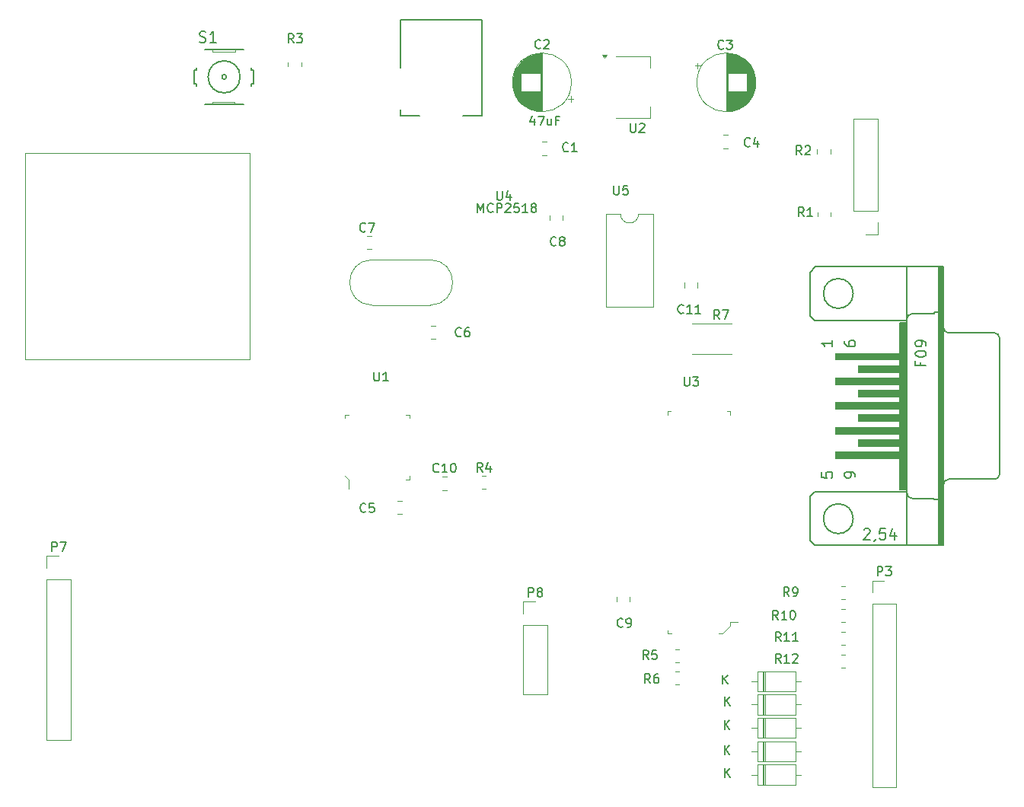
<source format=gto>
G04 #@! TF.GenerationSoftware,KiCad,Pcbnew,8.0.6*
G04 #@! TF.CreationDate,2025-01-14T22:14:51-05:00*
G04 #@! TF.ProjectId,RL78_G24_Rev3,524c3738-5f47-4323-945f-526576332e6b,rev?*
G04 #@! TF.SameCoordinates,Original*
G04 #@! TF.FileFunction,Legend,Top*
G04 #@! TF.FilePolarity,Positive*
%FSLAX46Y46*%
G04 Gerber Fmt 4.6, Leading zero omitted, Abs format (unit mm)*
G04 Created by KiCad (PCBNEW 8.0.6) date 2025-01-14 22:14:51*
%MOMM*%
%LPD*%
G01*
G04 APERTURE LIST*
%ADD10C,0.150000*%
%ADD11C,0.127000*%
%ADD12C,0.203200*%
%ADD13C,0.120000*%
%ADD14C,0.152400*%
%ADD15C,0.050800*%
%ADD16C,0.000000*%
%ADD17C,0.100000*%
G04 APERTURE END LIST*
D10*
X130678133Y-82607980D02*
X130630514Y-82655600D01*
X130630514Y-82655600D02*
X130487657Y-82703219D01*
X130487657Y-82703219D02*
X130392419Y-82703219D01*
X130392419Y-82703219D02*
X130249562Y-82655600D01*
X130249562Y-82655600D02*
X130154324Y-82560361D01*
X130154324Y-82560361D02*
X130106705Y-82465123D01*
X130106705Y-82465123D02*
X130059086Y-82274647D01*
X130059086Y-82274647D02*
X130059086Y-82131790D01*
X130059086Y-82131790D02*
X130106705Y-81941314D01*
X130106705Y-81941314D02*
X130154324Y-81846076D01*
X130154324Y-81846076D02*
X130249562Y-81750838D01*
X130249562Y-81750838D02*
X130392419Y-81703219D01*
X130392419Y-81703219D02*
X130487657Y-81703219D01*
X130487657Y-81703219D02*
X130630514Y-81750838D01*
X130630514Y-81750838D02*
X130678133Y-81798457D01*
X131630514Y-82703219D02*
X131059086Y-82703219D01*
X131344800Y-82703219D02*
X131344800Y-81703219D01*
X131344800Y-81703219D02*
X131249562Y-81846076D01*
X131249562Y-81846076D02*
X131154324Y-81941314D01*
X131154324Y-81941314D02*
X131059086Y-81988933D01*
X147483333Y-101334819D02*
X147150000Y-100858628D01*
X146911905Y-101334819D02*
X146911905Y-100334819D01*
X146911905Y-100334819D02*
X147292857Y-100334819D01*
X147292857Y-100334819D02*
X147388095Y-100382438D01*
X147388095Y-100382438D02*
X147435714Y-100430057D01*
X147435714Y-100430057D02*
X147483333Y-100525295D01*
X147483333Y-100525295D02*
X147483333Y-100668152D01*
X147483333Y-100668152D02*
X147435714Y-100763390D01*
X147435714Y-100763390D02*
X147388095Y-100811009D01*
X147388095Y-100811009D02*
X147292857Y-100858628D01*
X147292857Y-100858628D02*
X146911905Y-100858628D01*
X147816667Y-100334819D02*
X148483333Y-100334819D01*
X148483333Y-100334819D02*
X148054762Y-101334819D01*
X150883333Y-82059580D02*
X150835714Y-82107200D01*
X150835714Y-82107200D02*
X150692857Y-82154819D01*
X150692857Y-82154819D02*
X150597619Y-82154819D01*
X150597619Y-82154819D02*
X150454762Y-82107200D01*
X150454762Y-82107200D02*
X150359524Y-82011961D01*
X150359524Y-82011961D02*
X150311905Y-81916723D01*
X150311905Y-81916723D02*
X150264286Y-81726247D01*
X150264286Y-81726247D02*
X150264286Y-81583390D01*
X150264286Y-81583390D02*
X150311905Y-81392914D01*
X150311905Y-81392914D02*
X150359524Y-81297676D01*
X150359524Y-81297676D02*
X150454762Y-81202438D01*
X150454762Y-81202438D02*
X150597619Y-81154819D01*
X150597619Y-81154819D02*
X150692857Y-81154819D01*
X150692857Y-81154819D02*
X150835714Y-81202438D01*
X150835714Y-81202438D02*
X150883333Y-81250057D01*
X151740476Y-81488152D02*
X151740476Y-82154819D01*
X151502381Y-81107200D02*
X151264286Y-81821485D01*
X151264286Y-81821485D02*
X151883333Y-81821485D01*
X148058095Y-149754819D02*
X148058095Y-148754819D01*
X148629523Y-149754819D02*
X148200952Y-149183390D01*
X148629523Y-148754819D02*
X148058095Y-149326247D01*
X147933333Y-71209580D02*
X147885714Y-71257200D01*
X147885714Y-71257200D02*
X147742857Y-71304819D01*
X147742857Y-71304819D02*
X147647619Y-71304819D01*
X147647619Y-71304819D02*
X147504762Y-71257200D01*
X147504762Y-71257200D02*
X147409524Y-71161961D01*
X147409524Y-71161961D02*
X147361905Y-71066723D01*
X147361905Y-71066723D02*
X147314286Y-70876247D01*
X147314286Y-70876247D02*
X147314286Y-70733390D01*
X147314286Y-70733390D02*
X147361905Y-70542914D01*
X147361905Y-70542914D02*
X147409524Y-70447676D01*
X147409524Y-70447676D02*
X147504762Y-70352438D01*
X147504762Y-70352438D02*
X147647619Y-70304819D01*
X147647619Y-70304819D02*
X147742857Y-70304819D01*
X147742857Y-70304819D02*
X147885714Y-70352438D01*
X147885714Y-70352438D02*
X147933333Y-70400057D01*
X148266667Y-70304819D02*
X148885714Y-70304819D01*
X148885714Y-70304819D02*
X148552381Y-70685771D01*
X148552381Y-70685771D02*
X148695238Y-70685771D01*
X148695238Y-70685771D02*
X148790476Y-70733390D01*
X148790476Y-70733390D02*
X148838095Y-70781009D01*
X148838095Y-70781009D02*
X148885714Y-70876247D01*
X148885714Y-70876247D02*
X148885714Y-71114342D01*
X148885714Y-71114342D02*
X148838095Y-71209580D01*
X148838095Y-71209580D02*
X148790476Y-71257200D01*
X148790476Y-71257200D02*
X148695238Y-71304819D01*
X148695238Y-71304819D02*
X148409524Y-71304819D01*
X148409524Y-71304819D02*
X148314286Y-71257200D01*
X148314286Y-71257200D02*
X148266667Y-71209580D01*
X154307142Y-139554819D02*
X153973809Y-139078628D01*
X153735714Y-139554819D02*
X153735714Y-138554819D01*
X153735714Y-138554819D02*
X154116666Y-138554819D01*
X154116666Y-138554819D02*
X154211904Y-138602438D01*
X154211904Y-138602438D02*
X154259523Y-138650057D01*
X154259523Y-138650057D02*
X154307142Y-138745295D01*
X154307142Y-138745295D02*
X154307142Y-138888152D01*
X154307142Y-138888152D02*
X154259523Y-138983390D01*
X154259523Y-138983390D02*
X154211904Y-139031009D01*
X154211904Y-139031009D02*
X154116666Y-139078628D01*
X154116666Y-139078628D02*
X153735714Y-139078628D01*
X155259523Y-139554819D02*
X154688095Y-139554819D01*
X154973809Y-139554819D02*
X154973809Y-138554819D01*
X154973809Y-138554819D02*
X154878571Y-138697676D01*
X154878571Y-138697676D02*
X154783333Y-138792914D01*
X154783333Y-138792914D02*
X154688095Y-138840533D01*
X155640476Y-138650057D02*
X155688095Y-138602438D01*
X155688095Y-138602438D02*
X155783333Y-138554819D01*
X155783333Y-138554819D02*
X156021428Y-138554819D01*
X156021428Y-138554819D02*
X156116666Y-138602438D01*
X156116666Y-138602438D02*
X156164285Y-138650057D01*
X156164285Y-138650057D02*
X156211904Y-138745295D01*
X156211904Y-138745295D02*
X156211904Y-138840533D01*
X156211904Y-138840533D02*
X156164285Y-138983390D01*
X156164285Y-138983390D02*
X155592857Y-139554819D01*
X155592857Y-139554819D02*
X156211904Y-139554819D01*
X148108095Y-152254819D02*
X148108095Y-151254819D01*
X148679523Y-152254819D02*
X148250952Y-151683390D01*
X148679523Y-151254819D02*
X148108095Y-151826247D01*
X148108095Y-144304819D02*
X148108095Y-143304819D01*
X148679523Y-144304819D02*
X148250952Y-143733390D01*
X148679523Y-143304819D02*
X148108095Y-143876247D01*
X139783333Y-141804819D02*
X139450000Y-141328628D01*
X139211905Y-141804819D02*
X139211905Y-140804819D01*
X139211905Y-140804819D02*
X139592857Y-140804819D01*
X139592857Y-140804819D02*
X139688095Y-140852438D01*
X139688095Y-140852438D02*
X139735714Y-140900057D01*
X139735714Y-140900057D02*
X139783333Y-140995295D01*
X139783333Y-140995295D02*
X139783333Y-141138152D01*
X139783333Y-141138152D02*
X139735714Y-141233390D01*
X139735714Y-141233390D02*
X139688095Y-141281009D01*
X139688095Y-141281009D02*
X139592857Y-141328628D01*
X139592857Y-141328628D02*
X139211905Y-141328628D01*
X140640476Y-140804819D02*
X140450000Y-140804819D01*
X140450000Y-140804819D02*
X140354762Y-140852438D01*
X140354762Y-140852438D02*
X140307143Y-140900057D01*
X140307143Y-140900057D02*
X140211905Y-141042914D01*
X140211905Y-141042914D02*
X140164286Y-141233390D01*
X140164286Y-141233390D02*
X140164286Y-141614342D01*
X140164286Y-141614342D02*
X140211905Y-141709580D01*
X140211905Y-141709580D02*
X140259524Y-141757200D01*
X140259524Y-141757200D02*
X140354762Y-141804819D01*
X140354762Y-141804819D02*
X140545238Y-141804819D01*
X140545238Y-141804819D02*
X140640476Y-141757200D01*
X140640476Y-141757200D02*
X140688095Y-141709580D01*
X140688095Y-141709580D02*
X140735714Y-141614342D01*
X140735714Y-141614342D02*
X140735714Y-141376247D01*
X140735714Y-141376247D02*
X140688095Y-141281009D01*
X140688095Y-141281009D02*
X140640476Y-141233390D01*
X140640476Y-141233390D02*
X140545238Y-141185771D01*
X140545238Y-141185771D02*
X140354762Y-141185771D01*
X140354762Y-141185771D02*
X140259524Y-141233390D01*
X140259524Y-141233390D02*
X140211905Y-141281009D01*
X140211905Y-141281009D02*
X140164286Y-141376247D01*
D11*
X89666561Y-70494691D02*
X89838918Y-70552143D01*
X89838918Y-70552143D02*
X90126180Y-70552143D01*
X90126180Y-70552143D02*
X90241085Y-70494691D01*
X90241085Y-70494691D02*
X90298537Y-70437238D01*
X90298537Y-70437238D02*
X90355990Y-70322333D01*
X90355990Y-70322333D02*
X90355990Y-70207429D01*
X90355990Y-70207429D02*
X90298537Y-70092524D01*
X90298537Y-70092524D02*
X90241085Y-70035071D01*
X90241085Y-70035071D02*
X90126180Y-69977619D01*
X90126180Y-69977619D02*
X89896371Y-69920167D01*
X89896371Y-69920167D02*
X89781466Y-69862714D01*
X89781466Y-69862714D02*
X89724013Y-69805262D01*
X89724013Y-69805262D02*
X89666561Y-69690357D01*
X89666561Y-69690357D02*
X89666561Y-69575452D01*
X89666561Y-69575452D02*
X89724013Y-69460548D01*
X89724013Y-69460548D02*
X89781466Y-69403095D01*
X89781466Y-69403095D02*
X89896371Y-69345643D01*
X89896371Y-69345643D02*
X90183632Y-69345643D01*
X90183632Y-69345643D02*
X90355990Y-69403095D01*
X91505038Y-70552143D02*
X90815609Y-70552143D01*
X91160323Y-70552143D02*
X91160323Y-69345643D01*
X91160323Y-69345643D02*
X91045419Y-69518000D01*
X91045419Y-69518000D02*
X90930514Y-69632905D01*
X90930514Y-69632905D02*
X90815609Y-69690357D01*
D10*
X156633333Y-83054819D02*
X156300000Y-82578628D01*
X156061905Y-83054819D02*
X156061905Y-82054819D01*
X156061905Y-82054819D02*
X156442857Y-82054819D01*
X156442857Y-82054819D02*
X156538095Y-82102438D01*
X156538095Y-82102438D02*
X156585714Y-82150057D01*
X156585714Y-82150057D02*
X156633333Y-82245295D01*
X156633333Y-82245295D02*
X156633333Y-82388152D01*
X156633333Y-82388152D02*
X156585714Y-82483390D01*
X156585714Y-82483390D02*
X156538095Y-82531009D01*
X156538095Y-82531009D02*
X156442857Y-82578628D01*
X156442857Y-82578628D02*
X156061905Y-82578628D01*
X157014286Y-82150057D02*
X157061905Y-82102438D01*
X157061905Y-82102438D02*
X157157143Y-82054819D01*
X157157143Y-82054819D02*
X157395238Y-82054819D01*
X157395238Y-82054819D02*
X157490476Y-82102438D01*
X157490476Y-82102438D02*
X157538095Y-82150057D01*
X157538095Y-82150057D02*
X157585714Y-82245295D01*
X157585714Y-82245295D02*
X157585714Y-82340533D01*
X157585714Y-82340533D02*
X157538095Y-82483390D01*
X157538095Y-82483390D02*
X156966667Y-83054819D01*
X156966667Y-83054819D02*
X157585714Y-83054819D01*
X139583333Y-139154819D02*
X139250000Y-138678628D01*
X139011905Y-139154819D02*
X139011905Y-138154819D01*
X139011905Y-138154819D02*
X139392857Y-138154819D01*
X139392857Y-138154819D02*
X139488095Y-138202438D01*
X139488095Y-138202438D02*
X139535714Y-138250057D01*
X139535714Y-138250057D02*
X139583333Y-138345295D01*
X139583333Y-138345295D02*
X139583333Y-138488152D01*
X139583333Y-138488152D02*
X139535714Y-138583390D01*
X139535714Y-138583390D02*
X139488095Y-138631009D01*
X139488095Y-138631009D02*
X139392857Y-138678628D01*
X139392857Y-138678628D02*
X139011905Y-138678628D01*
X140488095Y-138154819D02*
X140011905Y-138154819D01*
X140011905Y-138154819D02*
X139964286Y-138631009D01*
X139964286Y-138631009D02*
X140011905Y-138583390D01*
X140011905Y-138583390D02*
X140107143Y-138535771D01*
X140107143Y-138535771D02*
X140345238Y-138535771D01*
X140345238Y-138535771D02*
X140440476Y-138583390D01*
X140440476Y-138583390D02*
X140488095Y-138631009D01*
X140488095Y-138631009D02*
X140535714Y-138726247D01*
X140535714Y-138726247D02*
X140535714Y-138964342D01*
X140535714Y-138964342D02*
X140488095Y-139059580D01*
X140488095Y-139059580D02*
X140440476Y-139107200D01*
X140440476Y-139107200D02*
X140345238Y-139154819D01*
X140345238Y-139154819D02*
X140107143Y-139154819D01*
X140107143Y-139154819D02*
X140011905Y-139107200D01*
X140011905Y-139107200D02*
X139964286Y-139059580D01*
X73261905Y-127124819D02*
X73261905Y-126124819D01*
X73261905Y-126124819D02*
X73642857Y-126124819D01*
X73642857Y-126124819D02*
X73738095Y-126172438D01*
X73738095Y-126172438D02*
X73785714Y-126220057D01*
X73785714Y-126220057D02*
X73833333Y-126315295D01*
X73833333Y-126315295D02*
X73833333Y-126458152D01*
X73833333Y-126458152D02*
X73785714Y-126553390D01*
X73785714Y-126553390D02*
X73738095Y-126601009D01*
X73738095Y-126601009D02*
X73642857Y-126648628D01*
X73642857Y-126648628D02*
X73261905Y-126648628D01*
X74166667Y-126124819D02*
X74833333Y-126124819D01*
X74833333Y-126124819D02*
X74404762Y-127124819D01*
X127583333Y-71159580D02*
X127535714Y-71207200D01*
X127535714Y-71207200D02*
X127392857Y-71254819D01*
X127392857Y-71254819D02*
X127297619Y-71254819D01*
X127297619Y-71254819D02*
X127154762Y-71207200D01*
X127154762Y-71207200D02*
X127059524Y-71111961D01*
X127059524Y-71111961D02*
X127011905Y-71016723D01*
X127011905Y-71016723D02*
X126964286Y-70826247D01*
X126964286Y-70826247D02*
X126964286Y-70683390D01*
X126964286Y-70683390D02*
X127011905Y-70492914D01*
X127011905Y-70492914D02*
X127059524Y-70397676D01*
X127059524Y-70397676D02*
X127154762Y-70302438D01*
X127154762Y-70302438D02*
X127297619Y-70254819D01*
X127297619Y-70254819D02*
X127392857Y-70254819D01*
X127392857Y-70254819D02*
X127535714Y-70302438D01*
X127535714Y-70302438D02*
X127583333Y-70350057D01*
X127964286Y-70350057D02*
X128011905Y-70302438D01*
X128011905Y-70302438D02*
X128107143Y-70254819D01*
X128107143Y-70254819D02*
X128345238Y-70254819D01*
X128345238Y-70254819D02*
X128440476Y-70302438D01*
X128440476Y-70302438D02*
X128488095Y-70350057D01*
X128488095Y-70350057D02*
X128535714Y-70445295D01*
X128535714Y-70445295D02*
X128535714Y-70540533D01*
X128535714Y-70540533D02*
X128488095Y-70683390D01*
X128488095Y-70683390D02*
X127916667Y-71254819D01*
X127916667Y-71254819D02*
X128535714Y-71254819D01*
X126883333Y-79088152D02*
X126883333Y-79754819D01*
X126645238Y-78707200D02*
X126407143Y-79421485D01*
X126407143Y-79421485D02*
X127026190Y-79421485D01*
X127311905Y-78754819D02*
X127978571Y-78754819D01*
X127978571Y-78754819D02*
X127550000Y-79754819D01*
X128788095Y-79088152D02*
X128788095Y-79754819D01*
X128359524Y-79088152D02*
X128359524Y-79611961D01*
X128359524Y-79611961D02*
X128407143Y-79707200D01*
X128407143Y-79707200D02*
X128502381Y-79754819D01*
X128502381Y-79754819D02*
X128645238Y-79754819D01*
X128645238Y-79754819D02*
X128740476Y-79707200D01*
X128740476Y-79707200D02*
X128788095Y-79659580D01*
X129597619Y-79231009D02*
X129264286Y-79231009D01*
X129264286Y-79754819D02*
X129264286Y-78754819D01*
X129264286Y-78754819D02*
X129740476Y-78754819D01*
X156883333Y-89904819D02*
X156550000Y-89428628D01*
X156311905Y-89904819D02*
X156311905Y-88904819D01*
X156311905Y-88904819D02*
X156692857Y-88904819D01*
X156692857Y-88904819D02*
X156788095Y-88952438D01*
X156788095Y-88952438D02*
X156835714Y-89000057D01*
X156835714Y-89000057D02*
X156883333Y-89095295D01*
X156883333Y-89095295D02*
X156883333Y-89238152D01*
X156883333Y-89238152D02*
X156835714Y-89333390D01*
X156835714Y-89333390D02*
X156788095Y-89381009D01*
X156788095Y-89381009D02*
X156692857Y-89428628D01*
X156692857Y-89428628D02*
X156311905Y-89428628D01*
X157835714Y-89904819D02*
X157264286Y-89904819D01*
X157550000Y-89904819D02*
X157550000Y-88904819D01*
X157550000Y-88904819D02*
X157454762Y-89047676D01*
X157454762Y-89047676D02*
X157359524Y-89142914D01*
X157359524Y-89142914D02*
X157264286Y-89190533D01*
D11*
X163553361Y-124740148D02*
X163610813Y-124682695D01*
X163610813Y-124682695D02*
X163725718Y-124625243D01*
X163725718Y-124625243D02*
X164012980Y-124625243D01*
X164012980Y-124625243D02*
X164127885Y-124682695D01*
X164127885Y-124682695D02*
X164185337Y-124740148D01*
X164185337Y-124740148D02*
X164242790Y-124855052D01*
X164242790Y-124855052D02*
X164242790Y-124969957D01*
X164242790Y-124969957D02*
X164185337Y-125142314D01*
X164185337Y-125142314D02*
X163495909Y-125831743D01*
X163495909Y-125831743D02*
X164242790Y-125831743D01*
X164817314Y-125774291D02*
X164817314Y-125831743D01*
X164817314Y-125831743D02*
X164759861Y-125946648D01*
X164759861Y-125946648D02*
X164702409Y-126004100D01*
X165908909Y-124625243D02*
X165334385Y-124625243D01*
X165334385Y-124625243D02*
X165276933Y-125199767D01*
X165276933Y-125199767D02*
X165334385Y-125142314D01*
X165334385Y-125142314D02*
X165449290Y-125084862D01*
X165449290Y-125084862D02*
X165736552Y-125084862D01*
X165736552Y-125084862D02*
X165851457Y-125142314D01*
X165851457Y-125142314D02*
X165908909Y-125199767D01*
X165908909Y-125199767D02*
X165966362Y-125314671D01*
X165966362Y-125314671D02*
X165966362Y-125601933D01*
X165966362Y-125601933D02*
X165908909Y-125716838D01*
X165908909Y-125716838D02*
X165851457Y-125774291D01*
X165851457Y-125774291D02*
X165736552Y-125831743D01*
X165736552Y-125831743D02*
X165449290Y-125831743D01*
X165449290Y-125831743D02*
X165334385Y-125774291D01*
X165334385Y-125774291D02*
X165276933Y-125716838D01*
X167000505Y-125027410D02*
X167000505Y-125831743D01*
X166713243Y-124567791D02*
X166425981Y-125429576D01*
X166425981Y-125429576D02*
X167172862Y-125429576D01*
X158845848Y-118355814D02*
X158845848Y-118930338D01*
X158845848Y-118930338D02*
X159420372Y-118987790D01*
X159420372Y-118987790D02*
X159362919Y-118930338D01*
X159362919Y-118930338D02*
X159305467Y-118815433D01*
X159305467Y-118815433D02*
X159305467Y-118528171D01*
X159305467Y-118528171D02*
X159362919Y-118413266D01*
X159362919Y-118413266D02*
X159420372Y-118355814D01*
X159420372Y-118355814D02*
X159535276Y-118298361D01*
X159535276Y-118298361D02*
X159822538Y-118298361D01*
X159822538Y-118298361D02*
X159937443Y-118355814D01*
X159937443Y-118355814D02*
X159994896Y-118413266D01*
X159994896Y-118413266D02*
X160052348Y-118528171D01*
X160052348Y-118528171D02*
X160052348Y-118815433D01*
X160052348Y-118815433D02*
X159994896Y-118930338D01*
X159994896Y-118930338D02*
X159937443Y-118987790D01*
X160052348Y-103693361D02*
X160052348Y-104382790D01*
X160052348Y-104038076D02*
X158845848Y-104038076D01*
X158845848Y-104038076D02*
X159018205Y-104152980D01*
X159018205Y-104152980D02*
X159133110Y-104267885D01*
X159133110Y-104267885D02*
X159190562Y-104382790D01*
X162592348Y-118872885D02*
X162592348Y-118643076D01*
X162592348Y-118643076D02*
X162534896Y-118528171D01*
X162534896Y-118528171D02*
X162477443Y-118470719D01*
X162477443Y-118470719D02*
X162305086Y-118355814D01*
X162305086Y-118355814D02*
X162075276Y-118298361D01*
X162075276Y-118298361D02*
X161615657Y-118298361D01*
X161615657Y-118298361D02*
X161500753Y-118355814D01*
X161500753Y-118355814D02*
X161443300Y-118413266D01*
X161443300Y-118413266D02*
X161385848Y-118528171D01*
X161385848Y-118528171D02*
X161385848Y-118757980D01*
X161385848Y-118757980D02*
X161443300Y-118872885D01*
X161443300Y-118872885D02*
X161500753Y-118930338D01*
X161500753Y-118930338D02*
X161615657Y-118987790D01*
X161615657Y-118987790D02*
X161902919Y-118987790D01*
X161902919Y-118987790D02*
X162017824Y-118930338D01*
X162017824Y-118930338D02*
X162075276Y-118872885D01*
X162075276Y-118872885D02*
X162132729Y-118757980D01*
X162132729Y-118757980D02*
X162132729Y-118528171D01*
X162132729Y-118528171D02*
X162075276Y-118413266D01*
X162075276Y-118413266D02*
X162017824Y-118355814D01*
X162017824Y-118355814D02*
X161902919Y-118298361D01*
X169834372Y-106106362D02*
X169834372Y-106508529D01*
X170466348Y-106508529D02*
X169259848Y-106508529D01*
X169259848Y-106508529D02*
X169259848Y-105934005D01*
X169259848Y-105244576D02*
X169259848Y-105129671D01*
X169259848Y-105129671D02*
X169317300Y-105014767D01*
X169317300Y-105014767D02*
X169374753Y-104957314D01*
X169374753Y-104957314D02*
X169489657Y-104899862D01*
X169489657Y-104899862D02*
X169719467Y-104842409D01*
X169719467Y-104842409D02*
X170006729Y-104842409D01*
X170006729Y-104842409D02*
X170236538Y-104899862D01*
X170236538Y-104899862D02*
X170351443Y-104957314D01*
X170351443Y-104957314D02*
X170408896Y-105014767D01*
X170408896Y-105014767D02*
X170466348Y-105129671D01*
X170466348Y-105129671D02*
X170466348Y-105244576D01*
X170466348Y-105244576D02*
X170408896Y-105359481D01*
X170408896Y-105359481D02*
X170351443Y-105416933D01*
X170351443Y-105416933D02*
X170236538Y-105474386D01*
X170236538Y-105474386D02*
X170006729Y-105531838D01*
X170006729Y-105531838D02*
X169719467Y-105531838D01*
X169719467Y-105531838D02*
X169489657Y-105474386D01*
X169489657Y-105474386D02*
X169374753Y-105416933D01*
X169374753Y-105416933D02*
X169317300Y-105359481D01*
X169317300Y-105359481D02*
X169259848Y-105244576D01*
X170466348Y-104267885D02*
X170466348Y-104038076D01*
X170466348Y-104038076D02*
X170408896Y-103923171D01*
X170408896Y-103923171D02*
X170351443Y-103865719D01*
X170351443Y-103865719D02*
X170179086Y-103750814D01*
X170179086Y-103750814D02*
X169949276Y-103693361D01*
X169949276Y-103693361D02*
X169489657Y-103693361D01*
X169489657Y-103693361D02*
X169374753Y-103750814D01*
X169374753Y-103750814D02*
X169317300Y-103808266D01*
X169317300Y-103808266D02*
X169259848Y-103923171D01*
X169259848Y-103923171D02*
X169259848Y-104152980D01*
X169259848Y-104152980D02*
X169317300Y-104267885D01*
X169317300Y-104267885D02*
X169374753Y-104325338D01*
X169374753Y-104325338D02*
X169489657Y-104382790D01*
X169489657Y-104382790D02*
X169776919Y-104382790D01*
X169776919Y-104382790D02*
X169891824Y-104325338D01*
X169891824Y-104325338D02*
X169949276Y-104267885D01*
X169949276Y-104267885D02*
X170006729Y-104152980D01*
X170006729Y-104152980D02*
X170006729Y-103923171D01*
X170006729Y-103923171D02*
X169949276Y-103808266D01*
X169949276Y-103808266D02*
X169891824Y-103750814D01*
X169891824Y-103750814D02*
X169776919Y-103693361D01*
X161385848Y-103808266D02*
X161385848Y-104038076D01*
X161385848Y-104038076D02*
X161443300Y-104152980D01*
X161443300Y-104152980D02*
X161500753Y-104210433D01*
X161500753Y-104210433D02*
X161673110Y-104325338D01*
X161673110Y-104325338D02*
X161902919Y-104382790D01*
X161902919Y-104382790D02*
X162362538Y-104382790D01*
X162362538Y-104382790D02*
X162477443Y-104325338D01*
X162477443Y-104325338D02*
X162534896Y-104267885D01*
X162534896Y-104267885D02*
X162592348Y-104152980D01*
X162592348Y-104152980D02*
X162592348Y-103923171D01*
X162592348Y-103923171D02*
X162534896Y-103808266D01*
X162534896Y-103808266D02*
X162477443Y-103750814D01*
X162477443Y-103750814D02*
X162362538Y-103693361D01*
X162362538Y-103693361D02*
X162075276Y-103693361D01*
X162075276Y-103693361D02*
X161960372Y-103750814D01*
X161960372Y-103750814D02*
X161902919Y-103808266D01*
X161902919Y-103808266D02*
X161845467Y-103923171D01*
X161845467Y-103923171D02*
X161845467Y-104152980D01*
X161845467Y-104152980D02*
X161902919Y-104267885D01*
X161902919Y-104267885D02*
X161960372Y-104325338D01*
X161960372Y-104325338D02*
X162075276Y-104382790D01*
D10*
X116257142Y-118279580D02*
X116209523Y-118327200D01*
X116209523Y-118327200D02*
X116066666Y-118374819D01*
X116066666Y-118374819D02*
X115971428Y-118374819D01*
X115971428Y-118374819D02*
X115828571Y-118327200D01*
X115828571Y-118327200D02*
X115733333Y-118231961D01*
X115733333Y-118231961D02*
X115685714Y-118136723D01*
X115685714Y-118136723D02*
X115638095Y-117946247D01*
X115638095Y-117946247D02*
X115638095Y-117803390D01*
X115638095Y-117803390D02*
X115685714Y-117612914D01*
X115685714Y-117612914D02*
X115733333Y-117517676D01*
X115733333Y-117517676D02*
X115828571Y-117422438D01*
X115828571Y-117422438D02*
X115971428Y-117374819D01*
X115971428Y-117374819D02*
X116066666Y-117374819D01*
X116066666Y-117374819D02*
X116209523Y-117422438D01*
X116209523Y-117422438D02*
X116257142Y-117470057D01*
X117209523Y-118374819D02*
X116638095Y-118374819D01*
X116923809Y-118374819D02*
X116923809Y-117374819D01*
X116923809Y-117374819D02*
X116828571Y-117517676D01*
X116828571Y-117517676D02*
X116733333Y-117612914D01*
X116733333Y-117612914D02*
X116638095Y-117660533D01*
X117828571Y-117374819D02*
X117923809Y-117374819D01*
X117923809Y-117374819D02*
X118019047Y-117422438D01*
X118019047Y-117422438D02*
X118066666Y-117470057D01*
X118066666Y-117470057D02*
X118114285Y-117565295D01*
X118114285Y-117565295D02*
X118161904Y-117755771D01*
X118161904Y-117755771D02*
X118161904Y-117993866D01*
X118161904Y-117993866D02*
X118114285Y-118184342D01*
X118114285Y-118184342D02*
X118066666Y-118279580D01*
X118066666Y-118279580D02*
X118019047Y-118327200D01*
X118019047Y-118327200D02*
X117923809Y-118374819D01*
X117923809Y-118374819D02*
X117828571Y-118374819D01*
X117828571Y-118374819D02*
X117733333Y-118327200D01*
X117733333Y-118327200D02*
X117685714Y-118279580D01*
X117685714Y-118279580D02*
X117638095Y-118184342D01*
X117638095Y-118184342D02*
X117590476Y-117993866D01*
X117590476Y-117993866D02*
X117590476Y-117755771D01*
X117590476Y-117755771D02*
X117638095Y-117565295D01*
X117638095Y-117565295D02*
X117685714Y-117470057D01*
X117685714Y-117470057D02*
X117733333Y-117422438D01*
X117733333Y-117422438D02*
X117828571Y-117374819D01*
X108153333Y-122719580D02*
X108105714Y-122767200D01*
X108105714Y-122767200D02*
X107962857Y-122814819D01*
X107962857Y-122814819D02*
X107867619Y-122814819D01*
X107867619Y-122814819D02*
X107724762Y-122767200D01*
X107724762Y-122767200D02*
X107629524Y-122671961D01*
X107629524Y-122671961D02*
X107581905Y-122576723D01*
X107581905Y-122576723D02*
X107534286Y-122386247D01*
X107534286Y-122386247D02*
X107534286Y-122243390D01*
X107534286Y-122243390D02*
X107581905Y-122052914D01*
X107581905Y-122052914D02*
X107629524Y-121957676D01*
X107629524Y-121957676D02*
X107724762Y-121862438D01*
X107724762Y-121862438D02*
X107867619Y-121814819D01*
X107867619Y-121814819D02*
X107962857Y-121814819D01*
X107962857Y-121814819D02*
X108105714Y-121862438D01*
X108105714Y-121862438D02*
X108153333Y-121910057D01*
X109058095Y-121814819D02*
X108581905Y-121814819D01*
X108581905Y-121814819D02*
X108534286Y-122291009D01*
X108534286Y-122291009D02*
X108581905Y-122243390D01*
X108581905Y-122243390D02*
X108677143Y-122195771D01*
X108677143Y-122195771D02*
X108915238Y-122195771D01*
X108915238Y-122195771D02*
X109010476Y-122243390D01*
X109010476Y-122243390D02*
X109058095Y-122291009D01*
X109058095Y-122291009D02*
X109105714Y-122386247D01*
X109105714Y-122386247D02*
X109105714Y-122624342D01*
X109105714Y-122624342D02*
X109058095Y-122719580D01*
X109058095Y-122719580D02*
X109010476Y-122767200D01*
X109010476Y-122767200D02*
X108915238Y-122814819D01*
X108915238Y-122814819D02*
X108677143Y-122814819D01*
X108677143Y-122814819D02*
X108581905Y-122767200D01*
X108581905Y-122767200D02*
X108534286Y-122719580D01*
X135743095Y-86499819D02*
X135743095Y-87309342D01*
X135743095Y-87309342D02*
X135790714Y-87404580D01*
X135790714Y-87404580D02*
X135838333Y-87452200D01*
X135838333Y-87452200D02*
X135933571Y-87499819D01*
X135933571Y-87499819D02*
X136124047Y-87499819D01*
X136124047Y-87499819D02*
X136219285Y-87452200D01*
X136219285Y-87452200D02*
X136266904Y-87404580D01*
X136266904Y-87404580D02*
X136314523Y-87309342D01*
X136314523Y-87309342D02*
X136314523Y-86499819D01*
X137266904Y-86499819D02*
X136790714Y-86499819D01*
X136790714Y-86499819D02*
X136743095Y-86976009D01*
X136743095Y-86976009D02*
X136790714Y-86928390D01*
X136790714Y-86928390D02*
X136885952Y-86880771D01*
X136885952Y-86880771D02*
X137124047Y-86880771D01*
X137124047Y-86880771D02*
X137219285Y-86928390D01*
X137219285Y-86928390D02*
X137266904Y-86976009D01*
X137266904Y-86976009D02*
X137314523Y-87071247D01*
X137314523Y-87071247D02*
X137314523Y-87309342D01*
X137314523Y-87309342D02*
X137266904Y-87404580D01*
X137266904Y-87404580D02*
X137219285Y-87452200D01*
X137219285Y-87452200D02*
X137124047Y-87499819D01*
X137124047Y-87499819D02*
X136885952Y-87499819D01*
X136885952Y-87499819D02*
X136790714Y-87452200D01*
X136790714Y-87452200D02*
X136743095Y-87404580D01*
X137588095Y-79554819D02*
X137588095Y-80364342D01*
X137588095Y-80364342D02*
X137635714Y-80459580D01*
X137635714Y-80459580D02*
X137683333Y-80507200D01*
X137683333Y-80507200D02*
X137778571Y-80554819D01*
X137778571Y-80554819D02*
X137969047Y-80554819D01*
X137969047Y-80554819D02*
X138064285Y-80507200D01*
X138064285Y-80507200D02*
X138111904Y-80459580D01*
X138111904Y-80459580D02*
X138159523Y-80364342D01*
X138159523Y-80364342D02*
X138159523Y-79554819D01*
X138588095Y-79650057D02*
X138635714Y-79602438D01*
X138635714Y-79602438D02*
X138730952Y-79554819D01*
X138730952Y-79554819D02*
X138969047Y-79554819D01*
X138969047Y-79554819D02*
X139064285Y-79602438D01*
X139064285Y-79602438D02*
X139111904Y-79650057D01*
X139111904Y-79650057D02*
X139159523Y-79745295D01*
X139159523Y-79745295D02*
X139159523Y-79840533D01*
X139159523Y-79840533D02*
X139111904Y-79983390D01*
X139111904Y-79983390D02*
X138540476Y-80554819D01*
X138540476Y-80554819D02*
X139159523Y-80554819D01*
X108108333Y-91534580D02*
X108060714Y-91582200D01*
X108060714Y-91582200D02*
X107917857Y-91629819D01*
X107917857Y-91629819D02*
X107822619Y-91629819D01*
X107822619Y-91629819D02*
X107679762Y-91582200D01*
X107679762Y-91582200D02*
X107584524Y-91486961D01*
X107584524Y-91486961D02*
X107536905Y-91391723D01*
X107536905Y-91391723D02*
X107489286Y-91201247D01*
X107489286Y-91201247D02*
X107489286Y-91058390D01*
X107489286Y-91058390D02*
X107536905Y-90867914D01*
X107536905Y-90867914D02*
X107584524Y-90772676D01*
X107584524Y-90772676D02*
X107679762Y-90677438D01*
X107679762Y-90677438D02*
X107822619Y-90629819D01*
X107822619Y-90629819D02*
X107917857Y-90629819D01*
X107917857Y-90629819D02*
X108060714Y-90677438D01*
X108060714Y-90677438D02*
X108108333Y-90725057D01*
X108441667Y-90629819D02*
X109108333Y-90629819D01*
X109108333Y-90629819D02*
X108679762Y-91629819D01*
X147858095Y-141904819D02*
X147858095Y-140904819D01*
X148429523Y-141904819D02*
X148000952Y-141333390D01*
X148429523Y-140904819D02*
X147858095Y-141476247D01*
X118758333Y-103184580D02*
X118710714Y-103232200D01*
X118710714Y-103232200D02*
X118567857Y-103279819D01*
X118567857Y-103279819D02*
X118472619Y-103279819D01*
X118472619Y-103279819D02*
X118329762Y-103232200D01*
X118329762Y-103232200D02*
X118234524Y-103136961D01*
X118234524Y-103136961D02*
X118186905Y-103041723D01*
X118186905Y-103041723D02*
X118139286Y-102851247D01*
X118139286Y-102851247D02*
X118139286Y-102708390D01*
X118139286Y-102708390D02*
X118186905Y-102517914D01*
X118186905Y-102517914D02*
X118234524Y-102422676D01*
X118234524Y-102422676D02*
X118329762Y-102327438D01*
X118329762Y-102327438D02*
X118472619Y-102279819D01*
X118472619Y-102279819D02*
X118567857Y-102279819D01*
X118567857Y-102279819D02*
X118710714Y-102327438D01*
X118710714Y-102327438D02*
X118758333Y-102375057D01*
X119615476Y-102279819D02*
X119425000Y-102279819D01*
X119425000Y-102279819D02*
X119329762Y-102327438D01*
X119329762Y-102327438D02*
X119282143Y-102375057D01*
X119282143Y-102375057D02*
X119186905Y-102517914D01*
X119186905Y-102517914D02*
X119139286Y-102708390D01*
X119139286Y-102708390D02*
X119139286Y-103089342D01*
X119139286Y-103089342D02*
X119186905Y-103184580D01*
X119186905Y-103184580D02*
X119234524Y-103232200D01*
X119234524Y-103232200D02*
X119329762Y-103279819D01*
X119329762Y-103279819D02*
X119520238Y-103279819D01*
X119520238Y-103279819D02*
X119615476Y-103232200D01*
X119615476Y-103232200D02*
X119663095Y-103184580D01*
X119663095Y-103184580D02*
X119710714Y-103089342D01*
X119710714Y-103089342D02*
X119710714Y-102851247D01*
X119710714Y-102851247D02*
X119663095Y-102756009D01*
X119663095Y-102756009D02*
X119615476Y-102708390D01*
X119615476Y-102708390D02*
X119520238Y-102660771D01*
X119520238Y-102660771D02*
X119329762Y-102660771D01*
X119329762Y-102660771D02*
X119234524Y-102708390D01*
X119234524Y-102708390D02*
X119186905Y-102756009D01*
X119186905Y-102756009D02*
X119139286Y-102851247D01*
X129308333Y-93084580D02*
X129260714Y-93132200D01*
X129260714Y-93132200D02*
X129117857Y-93179819D01*
X129117857Y-93179819D02*
X129022619Y-93179819D01*
X129022619Y-93179819D02*
X128879762Y-93132200D01*
X128879762Y-93132200D02*
X128784524Y-93036961D01*
X128784524Y-93036961D02*
X128736905Y-92941723D01*
X128736905Y-92941723D02*
X128689286Y-92751247D01*
X128689286Y-92751247D02*
X128689286Y-92608390D01*
X128689286Y-92608390D02*
X128736905Y-92417914D01*
X128736905Y-92417914D02*
X128784524Y-92322676D01*
X128784524Y-92322676D02*
X128879762Y-92227438D01*
X128879762Y-92227438D02*
X129022619Y-92179819D01*
X129022619Y-92179819D02*
X129117857Y-92179819D01*
X129117857Y-92179819D02*
X129260714Y-92227438D01*
X129260714Y-92227438D02*
X129308333Y-92275057D01*
X129879762Y-92608390D02*
X129784524Y-92560771D01*
X129784524Y-92560771D02*
X129736905Y-92513152D01*
X129736905Y-92513152D02*
X129689286Y-92417914D01*
X129689286Y-92417914D02*
X129689286Y-92370295D01*
X129689286Y-92370295D02*
X129736905Y-92275057D01*
X129736905Y-92275057D02*
X129784524Y-92227438D01*
X129784524Y-92227438D02*
X129879762Y-92179819D01*
X129879762Y-92179819D02*
X130070238Y-92179819D01*
X130070238Y-92179819D02*
X130165476Y-92227438D01*
X130165476Y-92227438D02*
X130213095Y-92275057D01*
X130213095Y-92275057D02*
X130260714Y-92370295D01*
X130260714Y-92370295D02*
X130260714Y-92417914D01*
X130260714Y-92417914D02*
X130213095Y-92513152D01*
X130213095Y-92513152D02*
X130165476Y-92560771D01*
X130165476Y-92560771D02*
X130070238Y-92608390D01*
X130070238Y-92608390D02*
X129879762Y-92608390D01*
X129879762Y-92608390D02*
X129784524Y-92656009D01*
X129784524Y-92656009D02*
X129736905Y-92703628D01*
X129736905Y-92703628D02*
X129689286Y-92798866D01*
X129689286Y-92798866D02*
X129689286Y-92989342D01*
X129689286Y-92989342D02*
X129736905Y-93084580D01*
X129736905Y-93084580D02*
X129784524Y-93132200D01*
X129784524Y-93132200D02*
X129879762Y-93179819D01*
X129879762Y-93179819D02*
X130070238Y-93179819D01*
X130070238Y-93179819D02*
X130165476Y-93132200D01*
X130165476Y-93132200D02*
X130213095Y-93084580D01*
X130213095Y-93084580D02*
X130260714Y-92989342D01*
X130260714Y-92989342D02*
X130260714Y-92798866D01*
X130260714Y-92798866D02*
X130213095Y-92703628D01*
X130213095Y-92703628D02*
X130165476Y-92656009D01*
X130165476Y-92656009D02*
X130070238Y-92608390D01*
X143578095Y-107754819D02*
X143578095Y-108564342D01*
X143578095Y-108564342D02*
X143625714Y-108659580D01*
X143625714Y-108659580D02*
X143673333Y-108707200D01*
X143673333Y-108707200D02*
X143768571Y-108754819D01*
X143768571Y-108754819D02*
X143959047Y-108754819D01*
X143959047Y-108754819D02*
X144054285Y-108707200D01*
X144054285Y-108707200D02*
X144101904Y-108659580D01*
X144101904Y-108659580D02*
X144149523Y-108564342D01*
X144149523Y-108564342D02*
X144149523Y-107754819D01*
X144530476Y-107754819D02*
X145149523Y-107754819D01*
X145149523Y-107754819D02*
X144816190Y-108135771D01*
X144816190Y-108135771D02*
X144959047Y-108135771D01*
X144959047Y-108135771D02*
X145054285Y-108183390D01*
X145054285Y-108183390D02*
X145101904Y-108231009D01*
X145101904Y-108231009D02*
X145149523Y-108326247D01*
X145149523Y-108326247D02*
X145149523Y-108564342D01*
X145149523Y-108564342D02*
X145101904Y-108659580D01*
X145101904Y-108659580D02*
X145054285Y-108707200D01*
X145054285Y-108707200D02*
X144959047Y-108754819D01*
X144959047Y-108754819D02*
X144673333Y-108754819D01*
X144673333Y-108754819D02*
X144578095Y-108707200D01*
X144578095Y-108707200D02*
X144530476Y-108659580D01*
X121133333Y-118304819D02*
X120800000Y-117828628D01*
X120561905Y-118304819D02*
X120561905Y-117304819D01*
X120561905Y-117304819D02*
X120942857Y-117304819D01*
X120942857Y-117304819D02*
X121038095Y-117352438D01*
X121038095Y-117352438D02*
X121085714Y-117400057D01*
X121085714Y-117400057D02*
X121133333Y-117495295D01*
X121133333Y-117495295D02*
X121133333Y-117638152D01*
X121133333Y-117638152D02*
X121085714Y-117733390D01*
X121085714Y-117733390D02*
X121038095Y-117781009D01*
X121038095Y-117781009D02*
X120942857Y-117828628D01*
X120942857Y-117828628D02*
X120561905Y-117828628D01*
X121990476Y-117638152D02*
X121990476Y-118304819D01*
X121752381Y-117257200D02*
X121514286Y-117971485D01*
X121514286Y-117971485D02*
X122133333Y-117971485D01*
X136733333Y-135509580D02*
X136685714Y-135557200D01*
X136685714Y-135557200D02*
X136542857Y-135604819D01*
X136542857Y-135604819D02*
X136447619Y-135604819D01*
X136447619Y-135604819D02*
X136304762Y-135557200D01*
X136304762Y-135557200D02*
X136209524Y-135461961D01*
X136209524Y-135461961D02*
X136161905Y-135366723D01*
X136161905Y-135366723D02*
X136114286Y-135176247D01*
X136114286Y-135176247D02*
X136114286Y-135033390D01*
X136114286Y-135033390D02*
X136161905Y-134842914D01*
X136161905Y-134842914D02*
X136209524Y-134747676D01*
X136209524Y-134747676D02*
X136304762Y-134652438D01*
X136304762Y-134652438D02*
X136447619Y-134604819D01*
X136447619Y-134604819D02*
X136542857Y-134604819D01*
X136542857Y-134604819D02*
X136685714Y-134652438D01*
X136685714Y-134652438D02*
X136733333Y-134700057D01*
X137209524Y-135604819D02*
X137400000Y-135604819D01*
X137400000Y-135604819D02*
X137495238Y-135557200D01*
X137495238Y-135557200D02*
X137542857Y-135509580D01*
X137542857Y-135509580D02*
X137638095Y-135366723D01*
X137638095Y-135366723D02*
X137685714Y-135176247D01*
X137685714Y-135176247D02*
X137685714Y-134795295D01*
X137685714Y-134795295D02*
X137638095Y-134700057D01*
X137638095Y-134700057D02*
X137590476Y-134652438D01*
X137590476Y-134652438D02*
X137495238Y-134604819D01*
X137495238Y-134604819D02*
X137304762Y-134604819D01*
X137304762Y-134604819D02*
X137209524Y-134652438D01*
X137209524Y-134652438D02*
X137161905Y-134700057D01*
X137161905Y-134700057D02*
X137114286Y-134795295D01*
X137114286Y-134795295D02*
X137114286Y-135033390D01*
X137114286Y-135033390D02*
X137161905Y-135128628D01*
X137161905Y-135128628D02*
X137209524Y-135176247D01*
X137209524Y-135176247D02*
X137304762Y-135223866D01*
X137304762Y-135223866D02*
X137495238Y-135223866D01*
X137495238Y-135223866D02*
X137590476Y-135176247D01*
X137590476Y-135176247D02*
X137638095Y-135128628D01*
X137638095Y-135128628D02*
X137685714Y-135033390D01*
X122753095Y-87079819D02*
X122753095Y-87889342D01*
X122753095Y-87889342D02*
X122800714Y-87984580D01*
X122800714Y-87984580D02*
X122848333Y-88032200D01*
X122848333Y-88032200D02*
X122943571Y-88079819D01*
X122943571Y-88079819D02*
X123134047Y-88079819D01*
X123134047Y-88079819D02*
X123229285Y-88032200D01*
X123229285Y-88032200D02*
X123276904Y-87984580D01*
X123276904Y-87984580D02*
X123324523Y-87889342D01*
X123324523Y-87889342D02*
X123324523Y-87079819D01*
X124229285Y-87413152D02*
X124229285Y-88079819D01*
X123991190Y-87032200D02*
X123753095Y-87746485D01*
X123753095Y-87746485D02*
X124372142Y-87746485D01*
X120586905Y-89460819D02*
X120586905Y-88460819D01*
X120586905Y-88460819D02*
X120920238Y-89175104D01*
X120920238Y-89175104D02*
X121253571Y-88460819D01*
X121253571Y-88460819D02*
X121253571Y-89460819D01*
X122301190Y-89365580D02*
X122253571Y-89413200D01*
X122253571Y-89413200D02*
X122110714Y-89460819D01*
X122110714Y-89460819D02*
X122015476Y-89460819D01*
X122015476Y-89460819D02*
X121872619Y-89413200D01*
X121872619Y-89413200D02*
X121777381Y-89317961D01*
X121777381Y-89317961D02*
X121729762Y-89222723D01*
X121729762Y-89222723D02*
X121682143Y-89032247D01*
X121682143Y-89032247D02*
X121682143Y-88889390D01*
X121682143Y-88889390D02*
X121729762Y-88698914D01*
X121729762Y-88698914D02*
X121777381Y-88603676D01*
X121777381Y-88603676D02*
X121872619Y-88508438D01*
X121872619Y-88508438D02*
X122015476Y-88460819D01*
X122015476Y-88460819D02*
X122110714Y-88460819D01*
X122110714Y-88460819D02*
X122253571Y-88508438D01*
X122253571Y-88508438D02*
X122301190Y-88556057D01*
X122729762Y-89460819D02*
X122729762Y-88460819D01*
X122729762Y-88460819D02*
X123110714Y-88460819D01*
X123110714Y-88460819D02*
X123205952Y-88508438D01*
X123205952Y-88508438D02*
X123253571Y-88556057D01*
X123253571Y-88556057D02*
X123301190Y-88651295D01*
X123301190Y-88651295D02*
X123301190Y-88794152D01*
X123301190Y-88794152D02*
X123253571Y-88889390D01*
X123253571Y-88889390D02*
X123205952Y-88937009D01*
X123205952Y-88937009D02*
X123110714Y-88984628D01*
X123110714Y-88984628D02*
X122729762Y-88984628D01*
X123682143Y-88556057D02*
X123729762Y-88508438D01*
X123729762Y-88508438D02*
X123825000Y-88460819D01*
X123825000Y-88460819D02*
X124063095Y-88460819D01*
X124063095Y-88460819D02*
X124158333Y-88508438D01*
X124158333Y-88508438D02*
X124205952Y-88556057D01*
X124205952Y-88556057D02*
X124253571Y-88651295D01*
X124253571Y-88651295D02*
X124253571Y-88746533D01*
X124253571Y-88746533D02*
X124205952Y-88889390D01*
X124205952Y-88889390D02*
X123634524Y-89460819D01*
X123634524Y-89460819D02*
X124253571Y-89460819D01*
X125158333Y-88460819D02*
X124682143Y-88460819D01*
X124682143Y-88460819D02*
X124634524Y-88937009D01*
X124634524Y-88937009D02*
X124682143Y-88889390D01*
X124682143Y-88889390D02*
X124777381Y-88841771D01*
X124777381Y-88841771D02*
X125015476Y-88841771D01*
X125015476Y-88841771D02*
X125110714Y-88889390D01*
X125110714Y-88889390D02*
X125158333Y-88937009D01*
X125158333Y-88937009D02*
X125205952Y-89032247D01*
X125205952Y-89032247D02*
X125205952Y-89270342D01*
X125205952Y-89270342D02*
X125158333Y-89365580D01*
X125158333Y-89365580D02*
X125110714Y-89413200D01*
X125110714Y-89413200D02*
X125015476Y-89460819D01*
X125015476Y-89460819D02*
X124777381Y-89460819D01*
X124777381Y-89460819D02*
X124682143Y-89413200D01*
X124682143Y-89413200D02*
X124634524Y-89365580D01*
X126158333Y-89460819D02*
X125586905Y-89460819D01*
X125872619Y-89460819D02*
X125872619Y-88460819D01*
X125872619Y-88460819D02*
X125777381Y-88603676D01*
X125777381Y-88603676D02*
X125682143Y-88698914D01*
X125682143Y-88698914D02*
X125586905Y-88746533D01*
X126729762Y-88889390D02*
X126634524Y-88841771D01*
X126634524Y-88841771D02*
X126586905Y-88794152D01*
X126586905Y-88794152D02*
X126539286Y-88698914D01*
X126539286Y-88698914D02*
X126539286Y-88651295D01*
X126539286Y-88651295D02*
X126586905Y-88556057D01*
X126586905Y-88556057D02*
X126634524Y-88508438D01*
X126634524Y-88508438D02*
X126729762Y-88460819D01*
X126729762Y-88460819D02*
X126920238Y-88460819D01*
X126920238Y-88460819D02*
X127015476Y-88508438D01*
X127015476Y-88508438D02*
X127063095Y-88556057D01*
X127063095Y-88556057D02*
X127110714Y-88651295D01*
X127110714Y-88651295D02*
X127110714Y-88698914D01*
X127110714Y-88698914D02*
X127063095Y-88794152D01*
X127063095Y-88794152D02*
X127015476Y-88841771D01*
X127015476Y-88841771D02*
X126920238Y-88889390D01*
X126920238Y-88889390D02*
X126729762Y-88889390D01*
X126729762Y-88889390D02*
X126634524Y-88937009D01*
X126634524Y-88937009D02*
X126586905Y-88984628D01*
X126586905Y-88984628D02*
X126539286Y-89079866D01*
X126539286Y-89079866D02*
X126539286Y-89270342D01*
X126539286Y-89270342D02*
X126586905Y-89365580D01*
X126586905Y-89365580D02*
X126634524Y-89413200D01*
X126634524Y-89413200D02*
X126729762Y-89460819D01*
X126729762Y-89460819D02*
X126920238Y-89460819D01*
X126920238Y-89460819D02*
X127015476Y-89413200D01*
X127015476Y-89413200D02*
X127063095Y-89365580D01*
X127063095Y-89365580D02*
X127110714Y-89270342D01*
X127110714Y-89270342D02*
X127110714Y-89079866D01*
X127110714Y-89079866D02*
X127063095Y-88984628D01*
X127063095Y-88984628D02*
X127015476Y-88937009D01*
X127015476Y-88937009D02*
X126920238Y-88889390D01*
X126261905Y-132204819D02*
X126261905Y-131204819D01*
X126261905Y-131204819D02*
X126642857Y-131204819D01*
X126642857Y-131204819D02*
X126738095Y-131252438D01*
X126738095Y-131252438D02*
X126785714Y-131300057D01*
X126785714Y-131300057D02*
X126833333Y-131395295D01*
X126833333Y-131395295D02*
X126833333Y-131538152D01*
X126833333Y-131538152D02*
X126785714Y-131633390D01*
X126785714Y-131633390D02*
X126738095Y-131681009D01*
X126738095Y-131681009D02*
X126642857Y-131728628D01*
X126642857Y-131728628D02*
X126261905Y-131728628D01*
X127404762Y-131633390D02*
X127309524Y-131585771D01*
X127309524Y-131585771D02*
X127261905Y-131538152D01*
X127261905Y-131538152D02*
X127214286Y-131442914D01*
X127214286Y-131442914D02*
X127214286Y-131395295D01*
X127214286Y-131395295D02*
X127261905Y-131300057D01*
X127261905Y-131300057D02*
X127309524Y-131252438D01*
X127309524Y-131252438D02*
X127404762Y-131204819D01*
X127404762Y-131204819D02*
X127595238Y-131204819D01*
X127595238Y-131204819D02*
X127690476Y-131252438D01*
X127690476Y-131252438D02*
X127738095Y-131300057D01*
X127738095Y-131300057D02*
X127785714Y-131395295D01*
X127785714Y-131395295D02*
X127785714Y-131442914D01*
X127785714Y-131442914D02*
X127738095Y-131538152D01*
X127738095Y-131538152D02*
X127690476Y-131585771D01*
X127690476Y-131585771D02*
X127595238Y-131633390D01*
X127595238Y-131633390D02*
X127404762Y-131633390D01*
X127404762Y-131633390D02*
X127309524Y-131681009D01*
X127309524Y-131681009D02*
X127261905Y-131728628D01*
X127261905Y-131728628D02*
X127214286Y-131823866D01*
X127214286Y-131823866D02*
X127214286Y-132014342D01*
X127214286Y-132014342D02*
X127261905Y-132109580D01*
X127261905Y-132109580D02*
X127309524Y-132157200D01*
X127309524Y-132157200D02*
X127404762Y-132204819D01*
X127404762Y-132204819D02*
X127595238Y-132204819D01*
X127595238Y-132204819D02*
X127690476Y-132157200D01*
X127690476Y-132157200D02*
X127738095Y-132109580D01*
X127738095Y-132109580D02*
X127785714Y-132014342D01*
X127785714Y-132014342D02*
X127785714Y-131823866D01*
X127785714Y-131823866D02*
X127738095Y-131728628D01*
X127738095Y-131728628D02*
X127690476Y-131681009D01*
X127690476Y-131681009D02*
X127595238Y-131633390D01*
X154007142Y-134734819D02*
X153673809Y-134258628D01*
X153435714Y-134734819D02*
X153435714Y-133734819D01*
X153435714Y-133734819D02*
X153816666Y-133734819D01*
X153816666Y-133734819D02*
X153911904Y-133782438D01*
X153911904Y-133782438D02*
X153959523Y-133830057D01*
X153959523Y-133830057D02*
X154007142Y-133925295D01*
X154007142Y-133925295D02*
X154007142Y-134068152D01*
X154007142Y-134068152D02*
X153959523Y-134163390D01*
X153959523Y-134163390D02*
X153911904Y-134211009D01*
X153911904Y-134211009D02*
X153816666Y-134258628D01*
X153816666Y-134258628D02*
X153435714Y-134258628D01*
X154959523Y-134734819D02*
X154388095Y-134734819D01*
X154673809Y-134734819D02*
X154673809Y-133734819D01*
X154673809Y-133734819D02*
X154578571Y-133877676D01*
X154578571Y-133877676D02*
X154483333Y-133972914D01*
X154483333Y-133972914D02*
X154388095Y-134020533D01*
X155578571Y-133734819D02*
X155673809Y-133734819D01*
X155673809Y-133734819D02*
X155769047Y-133782438D01*
X155769047Y-133782438D02*
X155816666Y-133830057D01*
X155816666Y-133830057D02*
X155864285Y-133925295D01*
X155864285Y-133925295D02*
X155911904Y-134115771D01*
X155911904Y-134115771D02*
X155911904Y-134353866D01*
X155911904Y-134353866D02*
X155864285Y-134544342D01*
X155864285Y-134544342D02*
X155816666Y-134639580D01*
X155816666Y-134639580D02*
X155769047Y-134687200D01*
X155769047Y-134687200D02*
X155673809Y-134734819D01*
X155673809Y-134734819D02*
X155578571Y-134734819D01*
X155578571Y-134734819D02*
X155483333Y-134687200D01*
X155483333Y-134687200D02*
X155435714Y-134639580D01*
X155435714Y-134639580D02*
X155388095Y-134544342D01*
X155388095Y-134544342D02*
X155340476Y-134353866D01*
X155340476Y-134353866D02*
X155340476Y-134115771D01*
X155340476Y-134115771D02*
X155388095Y-133925295D01*
X155388095Y-133925295D02*
X155435714Y-133830057D01*
X155435714Y-133830057D02*
X155483333Y-133782438D01*
X155483333Y-133782438D02*
X155578571Y-133734819D01*
X154307142Y-137154819D02*
X153973809Y-136678628D01*
X153735714Y-137154819D02*
X153735714Y-136154819D01*
X153735714Y-136154819D02*
X154116666Y-136154819D01*
X154116666Y-136154819D02*
X154211904Y-136202438D01*
X154211904Y-136202438D02*
X154259523Y-136250057D01*
X154259523Y-136250057D02*
X154307142Y-136345295D01*
X154307142Y-136345295D02*
X154307142Y-136488152D01*
X154307142Y-136488152D02*
X154259523Y-136583390D01*
X154259523Y-136583390D02*
X154211904Y-136631009D01*
X154211904Y-136631009D02*
X154116666Y-136678628D01*
X154116666Y-136678628D02*
X153735714Y-136678628D01*
X155259523Y-137154819D02*
X154688095Y-137154819D01*
X154973809Y-137154819D02*
X154973809Y-136154819D01*
X154973809Y-136154819D02*
X154878571Y-136297676D01*
X154878571Y-136297676D02*
X154783333Y-136392914D01*
X154783333Y-136392914D02*
X154688095Y-136440533D01*
X156211904Y-137154819D02*
X155640476Y-137154819D01*
X155926190Y-137154819D02*
X155926190Y-136154819D01*
X155926190Y-136154819D02*
X155830952Y-136297676D01*
X155830952Y-136297676D02*
X155735714Y-136392914D01*
X155735714Y-136392914D02*
X155640476Y-136440533D01*
X148058095Y-146954819D02*
X148058095Y-145954819D01*
X148629523Y-146954819D02*
X148200952Y-146383390D01*
X148629523Y-145954819D02*
X148058095Y-146526247D01*
X109078095Y-107204819D02*
X109078095Y-108014342D01*
X109078095Y-108014342D02*
X109125714Y-108109580D01*
X109125714Y-108109580D02*
X109173333Y-108157200D01*
X109173333Y-108157200D02*
X109268571Y-108204819D01*
X109268571Y-108204819D02*
X109459047Y-108204819D01*
X109459047Y-108204819D02*
X109554285Y-108157200D01*
X109554285Y-108157200D02*
X109601904Y-108109580D01*
X109601904Y-108109580D02*
X109649523Y-108014342D01*
X109649523Y-108014342D02*
X109649523Y-107204819D01*
X110649523Y-108204819D02*
X110078095Y-108204819D01*
X110363809Y-108204819D02*
X110363809Y-107204819D01*
X110363809Y-107204819D02*
X110268571Y-107347676D01*
X110268571Y-107347676D02*
X110173333Y-107442914D01*
X110173333Y-107442914D02*
X110078095Y-107490533D01*
X143482142Y-100609580D02*
X143434523Y-100657200D01*
X143434523Y-100657200D02*
X143291666Y-100704819D01*
X143291666Y-100704819D02*
X143196428Y-100704819D01*
X143196428Y-100704819D02*
X143053571Y-100657200D01*
X143053571Y-100657200D02*
X142958333Y-100561961D01*
X142958333Y-100561961D02*
X142910714Y-100466723D01*
X142910714Y-100466723D02*
X142863095Y-100276247D01*
X142863095Y-100276247D02*
X142863095Y-100133390D01*
X142863095Y-100133390D02*
X142910714Y-99942914D01*
X142910714Y-99942914D02*
X142958333Y-99847676D01*
X142958333Y-99847676D02*
X143053571Y-99752438D01*
X143053571Y-99752438D02*
X143196428Y-99704819D01*
X143196428Y-99704819D02*
X143291666Y-99704819D01*
X143291666Y-99704819D02*
X143434523Y-99752438D01*
X143434523Y-99752438D02*
X143482142Y-99800057D01*
X144434523Y-100704819D02*
X143863095Y-100704819D01*
X144148809Y-100704819D02*
X144148809Y-99704819D01*
X144148809Y-99704819D02*
X144053571Y-99847676D01*
X144053571Y-99847676D02*
X143958333Y-99942914D01*
X143958333Y-99942914D02*
X143863095Y-99990533D01*
X145386904Y-100704819D02*
X144815476Y-100704819D01*
X145101190Y-100704819D02*
X145101190Y-99704819D01*
X145101190Y-99704819D02*
X145005952Y-99847676D01*
X145005952Y-99847676D02*
X144910714Y-99942914D01*
X144910714Y-99942914D02*
X144815476Y-99990533D01*
X165061905Y-129864819D02*
X165061905Y-128864819D01*
X165061905Y-128864819D02*
X165442857Y-128864819D01*
X165442857Y-128864819D02*
X165538095Y-128912438D01*
X165538095Y-128912438D02*
X165585714Y-128960057D01*
X165585714Y-128960057D02*
X165633333Y-129055295D01*
X165633333Y-129055295D02*
X165633333Y-129198152D01*
X165633333Y-129198152D02*
X165585714Y-129293390D01*
X165585714Y-129293390D02*
X165538095Y-129341009D01*
X165538095Y-129341009D02*
X165442857Y-129388628D01*
X165442857Y-129388628D02*
X165061905Y-129388628D01*
X165966667Y-128864819D02*
X166585714Y-128864819D01*
X166585714Y-128864819D02*
X166252381Y-129245771D01*
X166252381Y-129245771D02*
X166395238Y-129245771D01*
X166395238Y-129245771D02*
X166490476Y-129293390D01*
X166490476Y-129293390D02*
X166538095Y-129341009D01*
X166538095Y-129341009D02*
X166585714Y-129436247D01*
X166585714Y-129436247D02*
X166585714Y-129674342D01*
X166585714Y-129674342D02*
X166538095Y-129769580D01*
X166538095Y-129769580D02*
X166490476Y-129817200D01*
X166490476Y-129817200D02*
X166395238Y-129864819D01*
X166395238Y-129864819D02*
X166109524Y-129864819D01*
X166109524Y-129864819D02*
X166014286Y-129817200D01*
X166014286Y-129817200D02*
X165966667Y-129769580D01*
X100133333Y-70604819D02*
X99800000Y-70128628D01*
X99561905Y-70604819D02*
X99561905Y-69604819D01*
X99561905Y-69604819D02*
X99942857Y-69604819D01*
X99942857Y-69604819D02*
X100038095Y-69652438D01*
X100038095Y-69652438D02*
X100085714Y-69700057D01*
X100085714Y-69700057D02*
X100133333Y-69795295D01*
X100133333Y-69795295D02*
X100133333Y-69938152D01*
X100133333Y-69938152D02*
X100085714Y-70033390D01*
X100085714Y-70033390D02*
X100038095Y-70081009D01*
X100038095Y-70081009D02*
X99942857Y-70128628D01*
X99942857Y-70128628D02*
X99561905Y-70128628D01*
X100466667Y-69604819D02*
X101085714Y-69604819D01*
X101085714Y-69604819D02*
X100752381Y-69985771D01*
X100752381Y-69985771D02*
X100895238Y-69985771D01*
X100895238Y-69985771D02*
X100990476Y-70033390D01*
X100990476Y-70033390D02*
X101038095Y-70081009D01*
X101038095Y-70081009D02*
X101085714Y-70176247D01*
X101085714Y-70176247D02*
X101085714Y-70414342D01*
X101085714Y-70414342D02*
X101038095Y-70509580D01*
X101038095Y-70509580D02*
X100990476Y-70557200D01*
X100990476Y-70557200D02*
X100895238Y-70604819D01*
X100895238Y-70604819D02*
X100609524Y-70604819D01*
X100609524Y-70604819D02*
X100514286Y-70557200D01*
X100514286Y-70557200D02*
X100466667Y-70509580D01*
X155233333Y-132154819D02*
X154900000Y-131678628D01*
X154661905Y-132154819D02*
X154661905Y-131154819D01*
X154661905Y-131154819D02*
X155042857Y-131154819D01*
X155042857Y-131154819D02*
X155138095Y-131202438D01*
X155138095Y-131202438D02*
X155185714Y-131250057D01*
X155185714Y-131250057D02*
X155233333Y-131345295D01*
X155233333Y-131345295D02*
X155233333Y-131488152D01*
X155233333Y-131488152D02*
X155185714Y-131583390D01*
X155185714Y-131583390D02*
X155138095Y-131631009D01*
X155138095Y-131631009D02*
X155042857Y-131678628D01*
X155042857Y-131678628D02*
X154661905Y-131678628D01*
X155709524Y-132154819D02*
X155900000Y-132154819D01*
X155900000Y-132154819D02*
X155995238Y-132107200D01*
X155995238Y-132107200D02*
X156042857Y-132059580D01*
X156042857Y-132059580D02*
X156138095Y-131916723D01*
X156138095Y-131916723D02*
X156185714Y-131726247D01*
X156185714Y-131726247D02*
X156185714Y-131345295D01*
X156185714Y-131345295D02*
X156138095Y-131250057D01*
X156138095Y-131250057D02*
X156090476Y-131202438D01*
X156090476Y-131202438D02*
X155995238Y-131154819D01*
X155995238Y-131154819D02*
X155804762Y-131154819D01*
X155804762Y-131154819D02*
X155709524Y-131202438D01*
X155709524Y-131202438D02*
X155661905Y-131250057D01*
X155661905Y-131250057D02*
X155614286Y-131345295D01*
X155614286Y-131345295D02*
X155614286Y-131583390D01*
X155614286Y-131583390D02*
X155661905Y-131678628D01*
X155661905Y-131678628D02*
X155709524Y-131726247D01*
X155709524Y-131726247D02*
X155804762Y-131773866D01*
X155804762Y-131773866D02*
X155995238Y-131773866D01*
X155995238Y-131773866D02*
X156090476Y-131726247D01*
X156090476Y-131726247D02*
X156138095Y-131678628D01*
X156138095Y-131678628D02*
X156185714Y-131583390D01*
D12*
X112050000Y-68050000D02*
X112050000Y-73350000D01*
X112050000Y-78750000D02*
X112050000Y-78050000D01*
X112050000Y-78750000D02*
X114150000Y-78750000D01*
X121050000Y-68050000D02*
X112050000Y-68050000D01*
X121050000Y-68050000D02*
X121050000Y-78750000D01*
X121050000Y-78750000D02*
X118950000Y-78750000D01*
D13*
X128261252Y-81615000D02*
X127738748Y-81615000D01*
X128261252Y-83085000D02*
X127738748Y-83085000D01*
X144472936Y-101790000D02*
X148827064Y-101790000D01*
X144472936Y-105210000D02*
X148827064Y-105210000D01*
X147888748Y-80865000D02*
X148411252Y-80865000D01*
X147888748Y-82335000D02*
X148411252Y-82335000D01*
X151040000Y-149400000D02*
X151690000Y-149400000D01*
X151690000Y-148280000D02*
X151690000Y-150520000D01*
X151690000Y-150520000D02*
X155930000Y-150520000D01*
X152290000Y-148280000D02*
X152290000Y-150520000D01*
X152410000Y-148280000D02*
X152410000Y-150520000D01*
X152530000Y-148280000D02*
X152530000Y-150520000D01*
X155930000Y-148280000D02*
X151690000Y-148280000D01*
X155930000Y-150520000D02*
X155930000Y-148280000D01*
X156580000Y-149400000D02*
X155930000Y-149400000D01*
X108890000Y-94725000D02*
X115290000Y-94725000D01*
X108890000Y-99775000D02*
X115290000Y-99775000D01*
X108890000Y-99775000D02*
G75*
G02*
X108890000Y-94725000I0J2525000D01*
G01*
X115290000Y-94725000D02*
G75*
G02*
X115290000Y-99775000I0J-2525000D01*
G01*
X144749759Y-73161000D02*
X145379759Y-73161000D01*
X145064759Y-72846000D02*
X145064759Y-73476000D01*
X148250000Y-71770000D02*
X148250000Y-78230000D01*
X148290000Y-71770000D02*
X148290000Y-78230000D01*
X148330000Y-71770000D02*
X148330000Y-78230000D01*
X148370000Y-71772000D02*
X148370000Y-78228000D01*
X148410000Y-71773000D02*
X148410000Y-78227000D01*
X148450000Y-71776000D02*
X148450000Y-78224000D01*
X148490000Y-71778000D02*
X148490000Y-73960000D01*
X148490000Y-76040000D02*
X148490000Y-78222000D01*
X148530000Y-71782000D02*
X148530000Y-73960000D01*
X148530000Y-76040000D02*
X148530000Y-78218000D01*
X148570000Y-71785000D02*
X148570000Y-73960000D01*
X148570000Y-76040000D02*
X148570000Y-78215000D01*
X148610000Y-71789000D02*
X148610000Y-73960000D01*
X148610000Y-76040000D02*
X148610000Y-78211000D01*
X148650000Y-71794000D02*
X148650000Y-73960000D01*
X148650000Y-76040000D02*
X148650000Y-78206000D01*
X148690000Y-71799000D02*
X148690000Y-73960000D01*
X148690000Y-76040000D02*
X148690000Y-78201000D01*
X148730000Y-71805000D02*
X148730000Y-73960000D01*
X148730000Y-76040000D02*
X148730000Y-78195000D01*
X148770000Y-71811000D02*
X148770000Y-73960000D01*
X148770000Y-76040000D02*
X148770000Y-78189000D01*
X148810000Y-71818000D02*
X148810000Y-73960000D01*
X148810000Y-76040000D02*
X148810000Y-78182000D01*
X148850000Y-71825000D02*
X148850000Y-73960000D01*
X148850000Y-76040000D02*
X148850000Y-78175000D01*
X148890000Y-71833000D02*
X148890000Y-73960000D01*
X148890000Y-76040000D02*
X148890000Y-78167000D01*
X148930000Y-71841000D02*
X148930000Y-73960000D01*
X148930000Y-76040000D02*
X148930000Y-78159000D01*
X148971000Y-71850000D02*
X148971000Y-73960000D01*
X148971000Y-76040000D02*
X148971000Y-78150000D01*
X149011000Y-71859000D02*
X149011000Y-73960000D01*
X149011000Y-76040000D02*
X149011000Y-78141000D01*
X149051000Y-71869000D02*
X149051000Y-73960000D01*
X149051000Y-76040000D02*
X149051000Y-78131000D01*
X149091000Y-71879000D02*
X149091000Y-73960000D01*
X149091000Y-76040000D02*
X149091000Y-78121000D01*
X149131000Y-71890000D02*
X149131000Y-73960000D01*
X149131000Y-76040000D02*
X149131000Y-78110000D01*
X149171000Y-71902000D02*
X149171000Y-73960000D01*
X149171000Y-76040000D02*
X149171000Y-78098000D01*
X149211000Y-71914000D02*
X149211000Y-73960000D01*
X149211000Y-76040000D02*
X149211000Y-78086000D01*
X149251000Y-71926000D02*
X149251000Y-73960000D01*
X149251000Y-76040000D02*
X149251000Y-78074000D01*
X149291000Y-71939000D02*
X149291000Y-73960000D01*
X149291000Y-76040000D02*
X149291000Y-78061000D01*
X149331000Y-71953000D02*
X149331000Y-73960000D01*
X149331000Y-76040000D02*
X149331000Y-78047000D01*
X149371000Y-71967000D02*
X149371000Y-73960000D01*
X149371000Y-76040000D02*
X149371000Y-78033000D01*
X149411000Y-71982000D02*
X149411000Y-73960000D01*
X149411000Y-76040000D02*
X149411000Y-78018000D01*
X149451000Y-71998000D02*
X149451000Y-73960000D01*
X149451000Y-76040000D02*
X149451000Y-78002000D01*
X149491000Y-72014000D02*
X149491000Y-73960000D01*
X149491000Y-76040000D02*
X149491000Y-77986000D01*
X149531000Y-72030000D02*
X149531000Y-73960000D01*
X149531000Y-76040000D02*
X149531000Y-77970000D01*
X149571000Y-72048000D02*
X149571000Y-73960000D01*
X149571000Y-76040000D02*
X149571000Y-77952000D01*
X149611000Y-72066000D02*
X149611000Y-73960000D01*
X149611000Y-76040000D02*
X149611000Y-77934000D01*
X149651000Y-72084000D02*
X149651000Y-73960000D01*
X149651000Y-76040000D02*
X149651000Y-77916000D01*
X149691000Y-72104000D02*
X149691000Y-73960000D01*
X149691000Y-76040000D02*
X149691000Y-77896000D01*
X149731000Y-72124000D02*
X149731000Y-73960000D01*
X149731000Y-76040000D02*
X149731000Y-77876000D01*
X149771000Y-72144000D02*
X149771000Y-73960000D01*
X149771000Y-76040000D02*
X149771000Y-77856000D01*
X149811000Y-72166000D02*
X149811000Y-73960000D01*
X149811000Y-76040000D02*
X149811000Y-77834000D01*
X149851000Y-72188000D02*
X149851000Y-73960000D01*
X149851000Y-76040000D02*
X149851000Y-77812000D01*
X149891000Y-72210000D02*
X149891000Y-73960000D01*
X149891000Y-76040000D02*
X149891000Y-77790000D01*
X149931000Y-72234000D02*
X149931000Y-73960000D01*
X149931000Y-76040000D02*
X149931000Y-77766000D01*
X149971000Y-72258000D02*
X149971000Y-73960000D01*
X149971000Y-76040000D02*
X149971000Y-77742000D01*
X150011000Y-72284000D02*
X150011000Y-73960000D01*
X150011000Y-76040000D02*
X150011000Y-77716000D01*
X150051000Y-72310000D02*
X150051000Y-73960000D01*
X150051000Y-76040000D02*
X150051000Y-77690000D01*
X150091000Y-72336000D02*
X150091000Y-73960000D01*
X150091000Y-76040000D02*
X150091000Y-77664000D01*
X150131000Y-72364000D02*
X150131000Y-73960000D01*
X150131000Y-76040000D02*
X150131000Y-77636000D01*
X150171000Y-72393000D02*
X150171000Y-73960000D01*
X150171000Y-76040000D02*
X150171000Y-77607000D01*
X150211000Y-72422000D02*
X150211000Y-73960000D01*
X150211000Y-76040000D02*
X150211000Y-77578000D01*
X150251000Y-72452000D02*
X150251000Y-73960000D01*
X150251000Y-76040000D02*
X150251000Y-77548000D01*
X150291000Y-72484000D02*
X150291000Y-73960000D01*
X150291000Y-76040000D02*
X150291000Y-77516000D01*
X150331000Y-72516000D02*
X150331000Y-73960000D01*
X150331000Y-76040000D02*
X150331000Y-77484000D01*
X150371000Y-72550000D02*
X150371000Y-73960000D01*
X150371000Y-76040000D02*
X150371000Y-77450000D01*
X150411000Y-72584000D02*
X150411000Y-73960000D01*
X150411000Y-76040000D02*
X150411000Y-77416000D01*
X150451000Y-72620000D02*
X150451000Y-73960000D01*
X150451000Y-76040000D02*
X150451000Y-77380000D01*
X150491000Y-72657000D02*
X150491000Y-73960000D01*
X150491000Y-76040000D02*
X150491000Y-77343000D01*
X150531000Y-72695000D02*
X150531000Y-73960000D01*
X150531000Y-76040000D02*
X150531000Y-77305000D01*
X150571000Y-72735000D02*
X150571000Y-77265000D01*
X150611000Y-72776000D02*
X150611000Y-77224000D01*
X150651000Y-72818000D02*
X150651000Y-77182000D01*
X150691000Y-72863000D02*
X150691000Y-77137000D01*
X150731000Y-72908000D02*
X150731000Y-77092000D01*
X150771000Y-72956000D02*
X150771000Y-77044000D01*
X150811000Y-73005000D02*
X150811000Y-76995000D01*
X150851000Y-73056000D02*
X150851000Y-76944000D01*
X150891000Y-73110000D02*
X150891000Y-76890000D01*
X150931000Y-73166000D02*
X150931000Y-76834000D01*
X150971000Y-73224000D02*
X150971000Y-76776000D01*
X151011000Y-73286000D02*
X151011000Y-76714000D01*
X151051000Y-73350000D02*
X151051000Y-76650000D01*
X151091000Y-73419000D02*
X151091000Y-76581000D01*
X151131000Y-73491000D02*
X151131000Y-76509000D01*
X151171000Y-73568000D02*
X151171000Y-76432000D01*
X151211000Y-73650000D02*
X151211000Y-76350000D01*
X151251000Y-73738000D02*
X151251000Y-76262000D01*
X151291000Y-73835000D02*
X151291000Y-76165000D01*
X151331000Y-73941000D02*
X151331000Y-76059000D01*
X151371000Y-74060000D02*
X151371000Y-75940000D01*
X151411000Y-74198000D02*
X151411000Y-75802000D01*
X151451000Y-74367000D02*
X151451000Y-75633000D01*
X151491000Y-74598000D02*
X151491000Y-75402000D01*
X151520000Y-75000000D02*
G75*
G02*
X144980000Y-75000000I-3270000J0D01*
G01*
X144980000Y-75000000D02*
G75*
G02*
X151520000Y-75000000I3270000J0D01*
G01*
X70250000Y-82830000D02*
X70250000Y-105830000D01*
X70250000Y-105830000D02*
X95250000Y-105830000D01*
X95250000Y-82830000D02*
X70250000Y-82830000D01*
X95250000Y-105830000D02*
X95250000Y-82830000D01*
X161022936Y-138625000D02*
X161477064Y-138625000D01*
X161022936Y-140095000D02*
X161477064Y-140095000D01*
X151040000Y-152000000D02*
X151690000Y-152000000D01*
X151690000Y-150880000D02*
X151690000Y-153120000D01*
X151690000Y-153120000D02*
X155930000Y-153120000D01*
X152290000Y-150880000D02*
X152290000Y-153120000D01*
X152410000Y-150880000D02*
X152410000Y-153120000D01*
X152530000Y-150880000D02*
X152530000Y-153120000D01*
X155930000Y-150880000D02*
X151690000Y-150880000D01*
X155930000Y-153120000D02*
X155930000Y-150880000D01*
X156580000Y-152000000D02*
X155930000Y-152000000D01*
X151040000Y-144200000D02*
X151690000Y-144200000D01*
X151690000Y-143080000D02*
X151690000Y-145320000D01*
X151690000Y-145320000D02*
X155930000Y-145320000D01*
X152290000Y-143080000D02*
X152290000Y-145320000D01*
X152410000Y-143080000D02*
X152410000Y-145320000D01*
X152530000Y-143080000D02*
X152530000Y-145320000D01*
X155930000Y-143080000D02*
X151690000Y-143080000D01*
X155930000Y-145320000D02*
X155930000Y-143080000D01*
X156580000Y-144200000D02*
X155930000Y-144200000D01*
X143027064Y-140515000D02*
X142572936Y-140515000D01*
X143027064Y-141985000D02*
X142572936Y-141985000D01*
D14*
X89099200Y-73627400D02*
X89099200Y-75151400D01*
X89099200Y-73627400D02*
X89353200Y-73627400D01*
X89353200Y-73627400D02*
X89353200Y-73373400D01*
X89353200Y-75151400D02*
X89099200Y-75151400D01*
X89353200Y-75151400D02*
X89353200Y-75405400D01*
X90242200Y-77437400D02*
X91131200Y-77437400D01*
X91131200Y-71341400D02*
X90242200Y-71341400D01*
D15*
X91131200Y-71341400D02*
X91131200Y-71595400D01*
X91131200Y-77183400D02*
X91131200Y-77437400D01*
D14*
X91131200Y-77437400D02*
X93544200Y-77437400D01*
D15*
X93544200Y-77183400D02*
X91131200Y-77183400D01*
X93544200Y-77183400D02*
X93544200Y-77437400D01*
D14*
X93544200Y-77437400D02*
X94560200Y-77437400D01*
X93671200Y-71341400D02*
X91131200Y-71341400D01*
D15*
X93671200Y-71595400D02*
X91131200Y-71595400D01*
X93671200Y-71595400D02*
X93671200Y-71341400D01*
D14*
X94560200Y-71341400D02*
X93671200Y-71341400D01*
X95449200Y-73627400D02*
X95449200Y-73373400D01*
X95449200Y-73627400D02*
X95703200Y-73627400D01*
X95449200Y-75151400D02*
X95449200Y-75405400D01*
X95703200Y-75151400D02*
X95449200Y-75151400D01*
X95703200Y-75151400D02*
X95703200Y-73627400D01*
X92655200Y-74389400D02*
G75*
G02*
X92147200Y-74389400I-254000J0D01*
G01*
X92147200Y-74389400D02*
G75*
G02*
X92655200Y-74389400I254000J0D01*
G01*
X94179200Y-74389400D02*
G75*
G02*
X90623200Y-74389400I-1778000J0D01*
G01*
X90623200Y-74389400D02*
G75*
G02*
X94179200Y-74389400I1778000J0D01*
G01*
D13*
X158351800Y-82915264D02*
X158351800Y-82461136D01*
X159821800Y-82915264D02*
X159821800Y-82461136D01*
X143027064Y-138065000D02*
X142572936Y-138065000D01*
X143027064Y-139535000D02*
X142572936Y-139535000D01*
X72670000Y-127670000D02*
X74000000Y-127670000D01*
X72670000Y-129000000D02*
X72670000Y-127670000D01*
X72670000Y-130270000D02*
X72670000Y-148110000D01*
X72670000Y-130270000D02*
X75330000Y-130270000D01*
X72670000Y-148110000D02*
X75330000Y-148110000D01*
X75330000Y-130270000D02*
X75330000Y-148110000D01*
X124509000Y-75402000D02*
X124509000Y-74598000D01*
X124549000Y-75633000D02*
X124549000Y-74367000D01*
X124589000Y-75802000D02*
X124589000Y-74198000D01*
X124629000Y-75940000D02*
X124629000Y-74060000D01*
X124669000Y-76059000D02*
X124669000Y-73941000D01*
X124709000Y-76165000D02*
X124709000Y-73835000D01*
X124749000Y-76262000D02*
X124749000Y-73738000D01*
X124789000Y-76350000D02*
X124789000Y-73650000D01*
X124829000Y-76432000D02*
X124829000Y-73568000D01*
X124869000Y-76509000D02*
X124869000Y-73491000D01*
X124909000Y-76581000D02*
X124909000Y-73419000D01*
X124949000Y-76650000D02*
X124949000Y-73350000D01*
X124989000Y-76714000D02*
X124989000Y-73286000D01*
X125029000Y-76776000D02*
X125029000Y-73224000D01*
X125069000Y-76834000D02*
X125069000Y-73166000D01*
X125109000Y-76890000D02*
X125109000Y-73110000D01*
X125149000Y-76944000D02*
X125149000Y-73056000D01*
X125189000Y-76995000D02*
X125189000Y-73005000D01*
X125229000Y-77044000D02*
X125229000Y-72956000D01*
X125269000Y-77092000D02*
X125269000Y-72908000D01*
X125309000Y-77137000D02*
X125309000Y-72863000D01*
X125349000Y-77182000D02*
X125349000Y-72818000D01*
X125389000Y-77224000D02*
X125389000Y-72776000D01*
X125429000Y-77265000D02*
X125429000Y-72735000D01*
X125469000Y-73960000D02*
X125469000Y-72695000D01*
X125469000Y-77305000D02*
X125469000Y-76040000D01*
X125509000Y-73960000D02*
X125509000Y-72657000D01*
X125509000Y-77343000D02*
X125509000Y-76040000D01*
X125549000Y-73960000D02*
X125549000Y-72620000D01*
X125549000Y-77380000D02*
X125549000Y-76040000D01*
X125589000Y-73960000D02*
X125589000Y-72584000D01*
X125589000Y-77416000D02*
X125589000Y-76040000D01*
X125629000Y-73960000D02*
X125629000Y-72550000D01*
X125629000Y-77450000D02*
X125629000Y-76040000D01*
X125669000Y-73960000D02*
X125669000Y-72516000D01*
X125669000Y-77484000D02*
X125669000Y-76040000D01*
X125709000Y-73960000D02*
X125709000Y-72484000D01*
X125709000Y-77516000D02*
X125709000Y-76040000D01*
X125749000Y-73960000D02*
X125749000Y-72452000D01*
X125749000Y-77548000D02*
X125749000Y-76040000D01*
X125789000Y-73960000D02*
X125789000Y-72422000D01*
X125789000Y-77578000D02*
X125789000Y-76040000D01*
X125829000Y-73960000D02*
X125829000Y-72393000D01*
X125829000Y-77607000D02*
X125829000Y-76040000D01*
X125869000Y-73960000D02*
X125869000Y-72364000D01*
X125869000Y-77636000D02*
X125869000Y-76040000D01*
X125909000Y-73960000D02*
X125909000Y-72336000D01*
X125909000Y-77664000D02*
X125909000Y-76040000D01*
X125949000Y-73960000D02*
X125949000Y-72310000D01*
X125949000Y-77690000D02*
X125949000Y-76040000D01*
X125989000Y-73960000D02*
X125989000Y-72284000D01*
X125989000Y-77716000D02*
X125989000Y-76040000D01*
X126029000Y-73960000D02*
X126029000Y-72258000D01*
X126029000Y-77742000D02*
X126029000Y-76040000D01*
X126069000Y-73960000D02*
X126069000Y-72234000D01*
X126069000Y-77766000D02*
X126069000Y-76040000D01*
X126109000Y-73960000D02*
X126109000Y-72210000D01*
X126109000Y-77790000D02*
X126109000Y-76040000D01*
X126149000Y-73960000D02*
X126149000Y-72188000D01*
X126149000Y-77812000D02*
X126149000Y-76040000D01*
X126189000Y-73960000D02*
X126189000Y-72166000D01*
X126189000Y-77834000D02*
X126189000Y-76040000D01*
X126229000Y-73960000D02*
X126229000Y-72144000D01*
X126229000Y-77856000D02*
X126229000Y-76040000D01*
X126269000Y-73960000D02*
X126269000Y-72124000D01*
X126269000Y-77876000D02*
X126269000Y-76040000D01*
X126309000Y-73960000D02*
X126309000Y-72104000D01*
X126309000Y-77896000D02*
X126309000Y-76040000D01*
X126349000Y-73960000D02*
X126349000Y-72084000D01*
X126349000Y-77916000D02*
X126349000Y-76040000D01*
X126389000Y-73960000D02*
X126389000Y-72066000D01*
X126389000Y-77934000D02*
X126389000Y-76040000D01*
X126429000Y-73960000D02*
X126429000Y-72048000D01*
X126429000Y-77952000D02*
X126429000Y-76040000D01*
X126469000Y-73960000D02*
X126469000Y-72030000D01*
X126469000Y-77970000D02*
X126469000Y-76040000D01*
X126509000Y-73960000D02*
X126509000Y-72014000D01*
X126509000Y-77986000D02*
X126509000Y-76040000D01*
X126549000Y-73960000D02*
X126549000Y-71998000D01*
X126549000Y-78002000D02*
X126549000Y-76040000D01*
X126589000Y-73960000D02*
X126589000Y-71982000D01*
X126589000Y-78018000D02*
X126589000Y-76040000D01*
X126629000Y-73960000D02*
X126629000Y-71967000D01*
X126629000Y-78033000D02*
X126629000Y-76040000D01*
X126669000Y-73960000D02*
X126669000Y-71953000D01*
X126669000Y-78047000D02*
X126669000Y-76040000D01*
X126709000Y-73960000D02*
X126709000Y-71939000D01*
X126709000Y-78061000D02*
X126709000Y-76040000D01*
X126749000Y-73960000D02*
X126749000Y-71926000D01*
X126749000Y-78074000D02*
X126749000Y-76040000D01*
X126789000Y-73960000D02*
X126789000Y-71914000D01*
X126789000Y-78086000D02*
X126789000Y-76040000D01*
X126829000Y-73960000D02*
X126829000Y-71902000D01*
X126829000Y-78098000D02*
X126829000Y-76040000D01*
X126869000Y-73960000D02*
X126869000Y-71890000D01*
X126869000Y-78110000D02*
X126869000Y-76040000D01*
X126909000Y-73960000D02*
X126909000Y-71879000D01*
X126909000Y-78121000D02*
X126909000Y-76040000D01*
X126949000Y-73960000D02*
X126949000Y-71869000D01*
X126949000Y-78131000D02*
X126949000Y-76040000D01*
X126989000Y-73960000D02*
X126989000Y-71859000D01*
X126989000Y-78141000D02*
X126989000Y-76040000D01*
X127029000Y-73960000D02*
X127029000Y-71850000D01*
X127029000Y-78150000D02*
X127029000Y-76040000D01*
X127070000Y-73960000D02*
X127070000Y-71841000D01*
X127070000Y-78159000D02*
X127070000Y-76040000D01*
X127110000Y-73960000D02*
X127110000Y-71833000D01*
X127110000Y-78167000D02*
X127110000Y-76040000D01*
X127150000Y-73960000D02*
X127150000Y-71825000D01*
X127150000Y-78175000D02*
X127150000Y-76040000D01*
X127190000Y-73960000D02*
X127190000Y-71818000D01*
X127190000Y-78182000D02*
X127190000Y-76040000D01*
X127230000Y-73960000D02*
X127230000Y-71811000D01*
X127230000Y-78189000D02*
X127230000Y-76040000D01*
X127270000Y-73960000D02*
X127270000Y-71805000D01*
X127270000Y-78195000D02*
X127270000Y-76040000D01*
X127310000Y-73960000D02*
X127310000Y-71799000D01*
X127310000Y-78201000D02*
X127310000Y-76040000D01*
X127350000Y-73960000D02*
X127350000Y-71794000D01*
X127350000Y-78206000D02*
X127350000Y-76040000D01*
X127390000Y-73960000D02*
X127390000Y-71789000D01*
X127390000Y-78211000D02*
X127390000Y-76040000D01*
X127430000Y-73960000D02*
X127430000Y-71785000D01*
X127430000Y-78215000D02*
X127430000Y-76040000D01*
X127470000Y-73960000D02*
X127470000Y-71782000D01*
X127470000Y-78218000D02*
X127470000Y-76040000D01*
X127510000Y-73960000D02*
X127510000Y-71778000D01*
X127510000Y-78222000D02*
X127510000Y-76040000D01*
X127550000Y-78224000D02*
X127550000Y-71776000D01*
X127590000Y-78227000D02*
X127590000Y-71773000D01*
X127630000Y-78228000D02*
X127630000Y-71772000D01*
X127670000Y-78230000D02*
X127670000Y-71770000D01*
X127710000Y-78230000D02*
X127710000Y-71770000D01*
X127750000Y-78230000D02*
X127750000Y-71770000D01*
X130935241Y-77154000D02*
X130935241Y-76524000D01*
X131250241Y-76839000D02*
X130620241Y-76839000D01*
X131020000Y-75000000D02*
G75*
G02*
X124480000Y-75000000I-3270000J0D01*
G01*
X124480000Y-75000000D02*
G75*
G02*
X131020000Y-75000000I3270000J0D01*
G01*
X158402600Y-89900264D02*
X158402600Y-89446136D01*
X159872600Y-89900264D02*
X159872600Y-89446136D01*
D14*
X157525000Y-96141000D02*
X158160000Y-95506000D01*
X157525000Y-100967000D02*
X157525000Y-96141000D01*
X157525000Y-100967000D02*
X158033000Y-101475000D01*
X157525000Y-121033000D02*
X157525000Y-125986000D01*
X157525000Y-125986000D02*
X158033000Y-126494000D01*
X158033000Y-101475000D02*
X168320000Y-101475000D01*
X158033000Y-120525000D02*
X157525000Y-121033000D01*
X158033000Y-120525000D02*
X168320000Y-120525000D01*
X158033000Y-126494000D02*
X168193000Y-126494000D01*
X158160000Y-95506000D02*
X168193000Y-95506000D01*
X167558000Y-101729000D02*
X167558000Y-120271000D01*
X168320000Y-95506000D02*
X168193000Y-95506000D01*
X168320000Y-95506000D02*
X168320000Y-100586000D01*
X168320000Y-95506000D02*
X171368000Y-95506000D01*
X168320000Y-100586000D02*
X168320000Y-101475000D01*
X168320000Y-101475000D02*
X168320000Y-101729000D01*
X168320000Y-101729000D02*
X167558000Y-101729000D01*
X168320000Y-101729000D02*
X168320000Y-120271000D01*
X168320000Y-120271000D02*
X167558000Y-120271000D01*
X168320000Y-120271000D02*
X168320000Y-120525000D01*
X168320000Y-120525000D02*
X168320000Y-121414000D01*
X168320000Y-121414000D02*
X168320000Y-126494000D01*
X168320000Y-126494000D02*
X168193000Y-126494000D01*
X168955000Y-100713000D02*
X171368000Y-100713000D01*
X168955000Y-121287000D02*
X171368000Y-121287000D01*
X171368000Y-95506000D02*
X171876000Y-95506000D01*
X171368000Y-100586000D02*
X171368000Y-100713000D01*
X171368000Y-100586000D02*
X171876000Y-100586000D01*
X171368000Y-121287000D02*
X171368000Y-121414000D01*
X171368000Y-121414000D02*
X171876000Y-121414000D01*
X171368000Y-126494000D02*
X168320000Y-126494000D01*
X171876000Y-95506000D02*
X171876000Y-98046000D01*
X171876000Y-95506000D02*
X172384000Y-95506000D01*
X171876000Y-98046000D02*
X171876000Y-100586000D01*
X171876000Y-100586000D02*
X171876000Y-121414000D01*
X171876000Y-121414000D02*
X171876000Y-123954000D01*
X171876000Y-123954000D02*
X171876000Y-126494000D01*
X171876000Y-126494000D02*
X171368000Y-126494000D01*
X172384000Y-95506000D02*
X172384000Y-103253000D01*
X172384000Y-103253000D02*
X172384000Y-118747000D01*
X172384000Y-118747000D02*
X172384000Y-126494000D01*
X172384000Y-126494000D02*
X171876000Y-126494000D01*
X173019000Y-102872000D02*
X178099000Y-102872000D01*
X173019000Y-119128000D02*
X178099000Y-119128000D01*
X178607000Y-103380000D02*
X178607000Y-103634000D01*
X178607000Y-103634000D02*
X178607000Y-118366000D01*
X178607000Y-118366000D02*
X178607000Y-118620000D01*
X168320000Y-101348000D02*
G75*
G02*
X168955000Y-100713000I634999J1D01*
G01*
X168955000Y-121287000D02*
G75*
G02*
X168320000Y-120652000I0J635000D01*
G01*
X172384000Y-119763000D02*
G75*
G02*
X173019000Y-119128000I635000J0D01*
G01*
X173019000Y-102872000D02*
G75*
G02*
X172384000Y-102237000I-1J634999D01*
G01*
X178099000Y-102872000D02*
G75*
G02*
X178607000Y-103380000I-1J-508001D01*
G01*
X178607000Y-118620000D02*
G75*
G02*
X178099000Y-119128000I-508000J0D01*
G01*
X162351000Y-98477800D02*
G75*
G02*
X159049000Y-98477800I-1651000J0D01*
G01*
X159049000Y-98477800D02*
G75*
G02*
X162351000Y-98477800I1651000J0D01*
G01*
X162351000Y-123522200D02*
G75*
G02*
X159049000Y-123522200I-1651000J0D01*
G01*
X159049000Y-123522200D02*
G75*
G02*
X162351000Y-123522200I1651000J0D01*
G01*
D16*
G36*
X167558000Y-105920000D02*
G01*
X160319000Y-105920000D01*
X160319000Y-105107200D01*
X167558000Y-105107200D01*
X167558000Y-105920000D01*
G37*
G36*
X167558000Y-108663200D02*
G01*
X160319000Y-108663200D01*
X160319000Y-107850400D01*
X167558000Y-107850400D01*
X167558000Y-108663200D01*
G37*
G36*
X167558000Y-111381000D02*
G01*
X160319000Y-111381000D01*
X160319000Y-110568200D01*
X167558000Y-110568200D01*
X167558000Y-111381000D01*
G37*
G36*
X167558000Y-114149600D02*
G01*
X160319000Y-114149600D01*
X160319000Y-113336800D01*
X167558000Y-113336800D01*
X167558000Y-114149600D01*
G37*
G36*
X167558000Y-116892800D02*
G01*
X160319000Y-116892800D01*
X160319000Y-116080000D01*
X167558000Y-116080000D01*
X167558000Y-116892800D01*
G37*
G36*
X167558000Y-107291600D02*
G01*
X162859000Y-107291600D01*
X162859000Y-106478800D01*
X167558000Y-106478800D01*
X167558000Y-107291600D01*
G37*
G36*
X167558000Y-110034800D02*
G01*
X162859000Y-110034800D01*
X162859000Y-109222000D01*
X167558000Y-109222000D01*
X167558000Y-110034800D01*
G37*
G36*
X167558000Y-112752600D02*
G01*
X162859000Y-112752600D01*
X162859000Y-111939800D01*
X167558000Y-111939800D01*
X167558000Y-112752600D01*
G37*
G36*
X167558000Y-115521200D02*
G01*
X162859000Y-115521200D01*
X162859000Y-114708400D01*
X167558000Y-114708400D01*
X167558000Y-115521200D01*
G37*
G36*
X168320000Y-120271000D02*
G01*
X167558000Y-120271000D01*
X167558000Y-101729000D01*
X168320000Y-101729000D01*
X168320000Y-120271000D01*
G37*
G36*
X172384000Y-126494000D02*
G01*
X171876000Y-126494000D01*
X171876000Y-95506000D01*
X172384000Y-95506000D01*
X172384000Y-126494000D01*
G37*
D13*
X116638748Y-118865000D02*
X117161252Y-118865000D01*
X116638748Y-120335000D02*
X117161252Y-120335000D01*
X111638748Y-121525000D02*
X112161252Y-121525000D01*
X111638748Y-122995000D02*
X112161252Y-122995000D01*
X134835000Y-89645000D02*
X134835000Y-99925000D01*
X134835000Y-99925000D02*
X140135000Y-99925000D01*
X136485000Y-89645000D02*
X134835000Y-89645000D01*
X140135000Y-89645000D02*
X138485000Y-89645000D01*
X140135000Y-99925000D02*
X140135000Y-89645000D01*
X138485000Y-89645000D02*
G75*
G02*
X136485000Y-89645000I-1000000J0D01*
G01*
X136000000Y-72140000D02*
X139760000Y-72140000D01*
X136000000Y-78960000D02*
X139760000Y-78960000D01*
X139760000Y-72140000D02*
X139760000Y-73400000D01*
X139760000Y-78960000D02*
X139760000Y-77700000D01*
X134720000Y-72240000D02*
X134480000Y-71910000D01*
X134960000Y-71910000D01*
X134720000Y-72240000D01*
G36*
X134720000Y-72240000D02*
G01*
X134480000Y-71910000D01*
X134960000Y-71910000D01*
X134720000Y-72240000D01*
G37*
X108836252Y-92090000D02*
X108313748Y-92090000D01*
X108836252Y-93560000D02*
X108313748Y-93560000D01*
X151040000Y-141600000D02*
X151690000Y-141600000D01*
X151690000Y-140480000D02*
X151690000Y-142720000D01*
X151690000Y-142720000D02*
X155930000Y-142720000D01*
X152290000Y-140480000D02*
X152290000Y-142720000D01*
X152410000Y-140480000D02*
X152410000Y-142720000D01*
X152530000Y-140480000D02*
X152530000Y-142720000D01*
X155930000Y-140480000D02*
X151690000Y-140480000D01*
X155930000Y-142720000D02*
X155930000Y-140480000D01*
X156580000Y-141600000D02*
X155930000Y-141600000D01*
X115401248Y-102040000D02*
X115923752Y-102040000D01*
X115401248Y-103510000D02*
X115923752Y-103510000D01*
X128590000Y-90286252D02*
X128590000Y-89763748D01*
X130060000Y-90286252D02*
X130060000Y-89763748D01*
D17*
X141700000Y-111600000D02*
X141700000Y-112000000D01*
X141720000Y-135910000D02*
X141720000Y-136310000D01*
X141720000Y-136310000D02*
X142120000Y-136310000D01*
X142100000Y-111600000D02*
X141700000Y-111600000D01*
X147400000Y-136300000D02*
X147800000Y-136300000D01*
X147800000Y-136300000D02*
X148700000Y-135400000D01*
X148700000Y-111600000D02*
X148300000Y-111600000D01*
X148700000Y-112000000D02*
X148700000Y-111600000D01*
X148700000Y-135000000D02*
X149500000Y-135000000D01*
X148700000Y-135400000D02*
X148700000Y-135000000D01*
D13*
X121072936Y-118765000D02*
X121527064Y-118765000D01*
X121072936Y-120235000D02*
X121527064Y-120235000D01*
X136015000Y-132761252D02*
X136015000Y-132238748D01*
X137485000Y-132761252D02*
X137485000Y-132238748D01*
X125670000Y-132750000D02*
X127000000Y-132750000D01*
X125670000Y-134080000D02*
X125670000Y-132750000D01*
X125670000Y-135350000D02*
X125670000Y-143030000D01*
X125670000Y-135350000D02*
X128330000Y-135350000D01*
X125670000Y-143030000D02*
X128330000Y-143030000D01*
X128330000Y-135350000D02*
X128330000Y-143030000D01*
X161022936Y-133545000D02*
X161477064Y-133545000D01*
X161022936Y-135015000D02*
X161477064Y-135015000D01*
X161022936Y-136085000D02*
X161477064Y-136085000D01*
X161022936Y-137555000D02*
X161477064Y-137555000D01*
X151040000Y-146800000D02*
X151690000Y-146800000D01*
X151690000Y-145680000D02*
X151690000Y-147920000D01*
X151690000Y-147920000D02*
X155930000Y-147920000D01*
X152290000Y-145680000D02*
X152290000Y-147920000D01*
X152410000Y-145680000D02*
X152410000Y-147920000D01*
X152530000Y-145680000D02*
X152530000Y-147920000D01*
X155930000Y-145680000D02*
X151690000Y-145680000D01*
X155930000Y-147920000D02*
X155930000Y-145680000D01*
X156580000Y-146800000D02*
X155930000Y-146800000D01*
D17*
X105840000Y-111950000D02*
X105840000Y-112350000D01*
X106240000Y-111950000D02*
X105840000Y-111950000D01*
X106240000Y-119150000D02*
X105840000Y-118750000D01*
X106240000Y-120200000D02*
X106240000Y-119150000D01*
X112640000Y-111950000D02*
X113040000Y-111950000D01*
X113040000Y-111950000D02*
X113040000Y-112350000D01*
X113040000Y-118750000D02*
X113040000Y-119150000D01*
X113040000Y-119150000D02*
X112640000Y-119150000D01*
D13*
X143590000Y-97811252D02*
X143590000Y-97288748D01*
X145060000Y-97811252D02*
X145060000Y-97288748D01*
X162420000Y-89290000D02*
X162420000Y-79070000D01*
X165080000Y-79070000D02*
X162420000Y-79070000D01*
X165080000Y-89290000D02*
X162420000Y-89290000D01*
X165080000Y-89290000D02*
X165080000Y-79070000D01*
X165080000Y-90560000D02*
X165080000Y-91890000D01*
X165080000Y-91890000D02*
X163750000Y-91890000D01*
X164470000Y-130410000D02*
X165800000Y-130410000D01*
X164470000Y-131740000D02*
X164470000Y-130410000D01*
X164470000Y-133010000D02*
X164470000Y-153390000D01*
X164470000Y-133010000D02*
X167130000Y-133010000D01*
X164470000Y-153390000D02*
X167130000Y-153390000D01*
X167130000Y-133010000D02*
X167130000Y-153390000D01*
X99515000Y-72772936D02*
X99515000Y-73227064D01*
X100985000Y-72772936D02*
X100985000Y-73227064D01*
X161022936Y-131005000D02*
X161477064Y-131005000D01*
X161022936Y-132475000D02*
X161477064Y-132475000D01*
M02*

</source>
